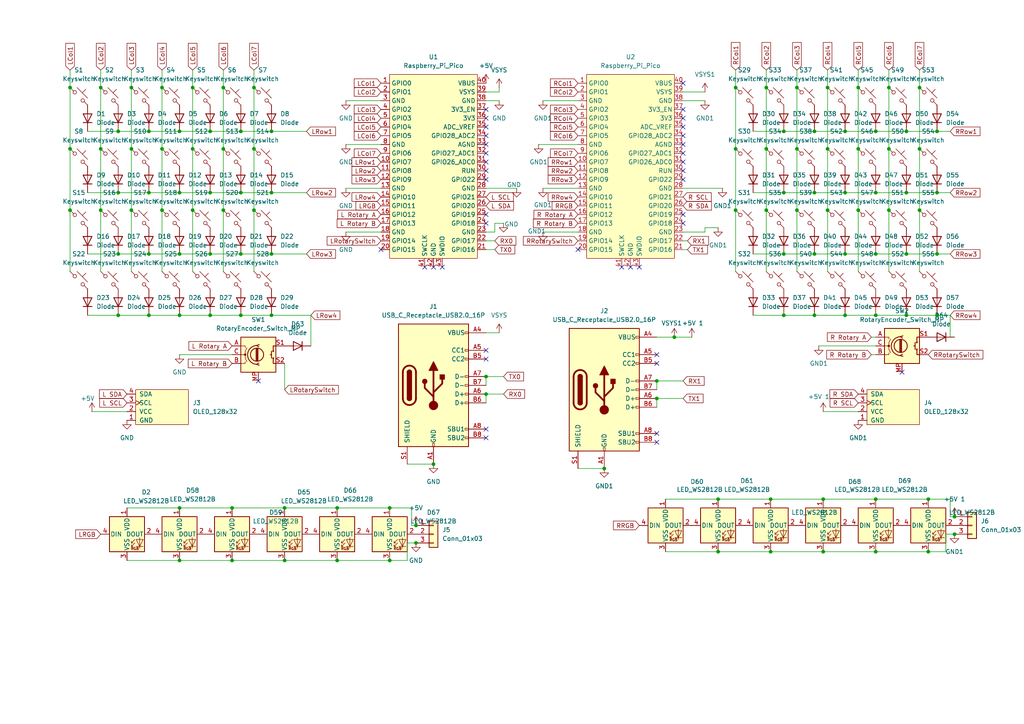
<source format=kicad_sch>
(kicad_sch (version 20231120) (generator "eeschema") (generator_version "8.0")
  (paper "A4")
  (lib_symbols
    (symbol "Connector:USB_C_Receptacle_USB2.0_16P" (pin_names (offset 1.016))
      (property "Reference" "J" (at 0 22.225 0))
      (property "Value" "USB_C_Receptacle_USB2.0_16P" (at 0 19.685 0))
      (symbol "USB_C_Receptacle_USB2.0_16P_1_1"
        (pin passive line (at 0 -22.86 90) (length 5.08) (name "GND") (number "A1"))
        (pin passive line (at 0 -22.86 90) (length 5.08) hide (name "GND") (number "A12"))
        (pin passive line (at 15.24 15.24 180) (length 5.08) (name "VBUS") (number "A4"))
        (pin bidirectional line (at 15.24 10.16 180) (length 5.08) (name "CC1") (number "A5"))
        (pin bidirectional line (at 15.24 -2.54 180) (length 5.08) (name "D+") (number "A6"))
        (pin bidirectional line (at 15.24 2.54 180) (length 5.08) (name "D-") (number "A7"))
        (pin bidirectional line (at 15.24 -12.7 180) (length 5.08) (name "SBU1") (number "A8"))
        (pin passive line (at 15.24 15.24 180) (length 5.08) hide (name "VBUS") (number "A9"))
        (pin passive line (at 0 -22.86 90) (length 5.08) hide (name "GND") (number "B1"))
        (pin passive line (at 0 -22.86 90) (length 5.08) hide (name "GND") (number "B12"))
        (pin passive line (at 15.24 15.24 180) (length 5.08) hide (name "VBUS") (number "B4"))
        (pin bidirectional line (at 15.24 7.62 180) (length 5.08) (name "CC2") (number "B5"))
        (pin bidirectional line (at 15.24 -5.08 180) (length 5.08) (name "D+") (number "B6"))
        (pin bidirectional line (at 15.24 0 180) (length 5.08) (name "D-") (number "B7"))
        (pin bidirectional line (at 15.24 -15.24 180) (length 5.08) (name "SBU2") (number "B8"))
        (pin passive line (at 15.24 15.24 180) (length 5.08) hide (name "VBUS") (number "B9"))
        (pin passive line (at -7.62 -22.86 90) (length 5.08) (name "SHIELD") (number "S1"))
      )
    )
    (symbol "Connector_Generic:Conn_01x03" (pin_names (offset 1.016) hide)
      (property "Reference" "J" (at 0 5.08 0))
      (property "Value" "Conn_01x03" (at 0 -5.08 0))
      (symbol "Conn_01x03_1_1"
        (pin passive line (at -5.08 2.54 0) (length 3.81) (name "Pin_1") (number "1"))
        (pin passive line (at -5.08 0 0) (length 3.81) (name "Pin_2") (number "2"))
        (pin passive line (at -5.08 -2.54 0) (length 3.81) (name "Pin_3") (number "3"))
      )
    )
    (symbol "Device:RotaryEncoder_Switch_MP" (pin_names (offset 0.254) hide)
      (property "Reference" "SW" (at 0 8.89 0))
      (property "Value" "RotaryEncoder_Switch_MP" (at 0 6.35 0))
      (symbol "RotaryEncoder_Switch_MP_1_1"
        (pin passive line (at -7.62 2.54 0) (length 2.54) (name "A") (number "A"))
        (pin passive line (at -7.62 -2.54 0) (length 2.54) (name "B") (number "B"))
        (pin passive line (at -7.62 0 0) (length 2.54) (name "C") (number "C"))
        (pin passive line (at 0 -7.62 90) (length 2.54) (name "MP") (number "MP"))
        (pin passive line (at 7.62 2.54 180) (length 2.54) (name "S1") (number "S1"))
        (pin passive line (at 7.62 -2.54 180) (length 2.54) (name "S2") (number "S2"))
      )
    )
    (symbol "ScottoKeebs:LED_WS2812B" (pin_names (offset 0.254))
      (property "Reference" "D" (at 5.08 5.715 0))
      (property "Value" "LED_WS2812B" (at 1.27 -5.715 0))
      (symbol "LED_WS2812B_0_0"
        (text "RGB" (at 2.286 -4.191 0) (effects (font (size 0.762 0.762))))
      )
      (symbol "LED_WS2812B_1_1"
        (pin power_in line (at 0 7.62 270) (length 2.54) (name "VDD") (number "1"))
        (pin output line (at 7.62 0 180) (length 2.54) (name "DOUT") (number "2"))
        (pin power_in line (at 0 -7.62 90) (length 2.54) (name "VSS") (number "3"))
        (pin input line (at -7.62 0 0) (length 2.54) (name "DIN") (number "4"))
      )
    )
    (symbol "ScottoKeebs:MCU_Raspberry_Pi_Pico"
      (property "Reference" "U" (at 0 0 0))
      (property "Value" "Raspberry_Pi_Pico" (at 0 27.94 0))
      (symbol "MCU_Raspberry_Pi_Pico_1_1"
        (pin bidirectional line (at -15.24 24.13 0) (length 2.54) (name "GPIO0") (number "1"))
        (pin bidirectional line (at -15.24 1.27 0) (length 2.54) (name "GPIO7") (number "10"))
        (pin bidirectional line (at -15.24 -1.27 0) (length 2.54) (name "GPIO8") (number "11"))
        (pin bidirectional line (at -15.24 -3.81 0) (length 2.54) (name "GPIO9") (number "12"))
        (pin power_in line (at -15.24 -6.35 0) (length 2.54) (name "GND") (number "13"))
        (pin bidirectional line (at -15.24 -8.89 0) (length 2.54) (name "GPIO10") (number "14"))
        (pin bidirectional line (at -15.24 -11.43 0) (length 2.54) (name "GPIO11") (number "15"))
        (pin bidirectional line (at -15.24 -13.97 0) (length 2.54) (name "GPIO12") (number "16"))
        (pin bidirectional line (at -15.24 -16.51 0) (length 2.54) (name "GPIO13") (number "17"))
        (pin power_in line (at -15.24 -19.05 0) (length 2.54) (name "GND") (number "18"))
        (pin bidirectional line (at -15.24 -21.59 0) (length 2.54) (name "GPIO14") (number "19"))
        (pin bidirectional line (at -15.24 21.59 0) (length 2.54) (name "GPIO1") (number "2"))
        (pin bidirectional line (at -15.24 -24.13 0) (length 2.54) (name "GPIO15") (number "20"))
        (pin bidirectional line (at 15.24 -24.13 180) (length 2.54) (name "GPIO16") (number "21"))
        (pin bidirectional line (at 15.24 -21.59 180) (length 2.54) (name "GPIO17") (number "22"))
        (pin power_in line (at 15.24 -19.05 180) (length 2.54) (name "GND") (number "23"))
        (pin bidirectional line (at 15.24 -16.51 180) (length 2.54) (name "GPIO18") (number "24"))
        (pin bidirectional line (at 15.24 -13.97 180) (length 2.54) (name "GPIO19") (number "25"))
        (pin bidirectional line (at 15.24 -11.43 180) (length 2.54) (name "GPIO20") (number "26"))
        (pin bidirectional line (at 15.24 -8.89 180) (length 2.54) (name "GPIO21") (number "27"))
        (pin power_in line (at 15.24 -6.35 180) (length 2.54) (name "GND") (number "28"))
        (pin bidirectional line (at 15.24 -3.81 180) (length 2.54) (name "GPIO22") (number "29"))
        (pin power_in line (at -15.24 19.05 0) (length 2.54) (name "GND") (number "3"))
        (pin input line (at 15.24 -1.27 180) (length 2.54) (name "RUN") (number "30"))
        (pin bidirectional line (at 15.24 1.27 180) (length 2.54) (name "GPIO26_ADC0") (number "31"))
        (pin bidirectional line (at 15.24 3.81 180) (length 2.54) (name "GPIO27_ADC1") (number "32"))
        (pin power_in line (at 15.24 6.35 180) (length 2.54) (name "AGND") (number "33"))
        (pin bidirectional line (at 15.24 8.89 180) (length 2.54) (name "GPIO28_ADC2") (number "34"))
        (pin power_in line (at 15.24 11.43 180) (length 2.54) (name "ADC_VREF") (number "35"))
        (pin power_in line (at 15.24 13.97 180) (length 2.54) (name "3V3") (number "36"))
        (pin input line (at 15.24 16.51 180) (length 2.54) (name "3V3_EN") (number "37"))
        (pin bidirectional line (at 15.24 19.05 180) (length 2.54) (name "GND") (number "38"))
        (pin power_in line (at 15.24 21.59 180) (length 2.54) (name "VSYS") (number "39"))
        (pin bidirectional line (at -15.24 16.51 0) (length 2.54) (name "GPIO2") (number "4"))
        (pin power_in line (at 15.24 24.13 180) (length 2.54) (name "VBUS") (number "40"))
        (pin input line (at -2.54 -29.21 90) (length 2.54) (name "SWCLK") (number "41"))
        (pin power_in line (at 0 -29.21 90) (length 2.54) (name "GND") (number "42"))
        (pin bidirectional line (at 2.54 -29.21 90) (length 2.54) (name "SWDIO") (number "43"))
        (pin bidirectional line (at -15.24 13.97 0) (length 2.54) (name "GPIO3") (number "5"))
        (pin bidirectional line (at -15.24 11.43 0) (length 2.54) (name "GPIO4") (number "6"))
        (pin bidirectional line (at -15.24 8.89 0) (length 2.54) (name "GPIO5") (number "7"))
        (pin power_in line (at -15.24 6.35 0) (length 2.54) (name "GND") (number "8"))
        (pin bidirectional line (at -15.24 3.81 0) (length 2.54) (name "GPIO6") (number "9"))
      )
    )
    (symbol "ScottoKeebs:OLED_128x32" (pin_names (offset 1.016))
      (property "Reference" "J" (at 0 -6.35 0))
      (property "Value" "OLED_128x32" (at 0 6.35 0))
      (symbol "OLED_128x32_1_1"
        (pin power_in line (at -2.54 -3.81 0) (length 2.54) (name "GND") (number "1"))
        (pin power_in line (at -2.54 -1.27 0) (length 2.54) (name "VCC") (number "2"))
        (pin input clock (at -2.54 1.27 0) (length 2.54) (name "SCL") (number "3"))
        (pin bidirectional line (at -2.54 3.81 0) (length 2.54) (name "SDA") (number "4"))
      )
    )
    (symbol "ScottoKeebs:Placeholder_Diode" (pin_numbers hide) (pin_names hide)
      (property "Reference" "D" (at 0 2.54 0))
      (property "Value" "Diode" (at 0 -2.54 0))
      (symbol "Placeholder_Diode_1_1"
        (pin passive line (at -3.81 0 0) (length 2.54) (name "K") (number "1"))
        (pin passive line (at 3.81 0 180) (length 2.54) (name "A") (number "2"))
      )
    )
    (symbol "ScottoKeebs:Placeholder_Keyswitch" (pin_numbers hide) (pin_names (offset 1.016) hide)
      (property "Reference" "S" (at 3.048 1.016 0))
      (property "Value" "Keyswitch" (at 0 -3.81 0))
      (symbol "Placeholder_Keyswitch_0_1"
        (pin passive line (at -2.54 2.54 0) (length 0) (name "1") (number "1"))
        (pin passive line (at 2.54 -2.54 180) (length 0) (name "2") (number "2"))
      )
    )
    (symbol "power:+5V" (power) (pin_numbers hide) (pin_names (offset 0) hide)
      (property "Value" "+5V" (at 0 3.556 0))
      (symbol "+5V_1_1"
        (pin power_in line (at 0 0 90) (length 0) (name "~") (number "1"))
      )
    )
    (symbol "power:GND" (power) (pin_numbers hide) (pin_names (offset 0) hide)
      (property "Value" "GND" (at 0 -3.81 0))
      (symbol "GND_1_1"
        (pin power_in line (at 0 0 270) (length 0) (name "~") (number "1"))
      )
    )
    (symbol "power:GND1" (power) (pin_numbers hide) (pin_names (offset 0) hide)
      (property "Value" "GND1" (at 0 -3.81 0))
      (symbol "GND1_1_1"
        (pin power_in line (at 0 0 270) (length 0) (name "~") (number "1"))
      )
    )
  )
  (junction (at 271.78 55.88))
  (junction (at 236.22 91.44))
  (junction (at 38.1 43.18))
  (junction (at 20.32 25.4))
  (junction (at 245.11 55.88))
  (junction (at 269.24 144.78))
  (junction (at 29.21 60.96))
  (junction (at 78.74 55.88))
  (junction (at 78.74 38.1))
  (junction (at 227.33 91.44))
  (junction (at 113.03 162.56))
  (junction (at 227.33 73.66))
  (junction (at 276.86 149.86))
  (junction (at 78.74 73.66))
  (junction (at 46.99 60.96))
  (junction (at 55.88 60.96))
  (junction (at 64.77 43.18))
  (junction (at 52.07 73.66))
  (junction (at 238.76 160.02))
  (junction (at 208.28 160.02))
  (junction (at 20.32 43.18))
  (junction (at 248.92 25.4))
  (junction (at 254 91.44))
  (junction (at 236.22 73.66))
  (junction (at 266.7 43.18))
  (junction (at 238.76 144.78))
  (junction (at 113.03 147.32))
  (junction (at 82.55 162.56))
  (junction (at 213.36 25.4))
  (junction (at 266.7 60.96))
  (junction (at 269.24 160.02))
  (junction (at 257.81 60.96))
  (junction (at 34.29 73.66))
  (junction (at 254 38.1))
  (junction (at 67.31 162.56))
  (junction (at 271.78 91.44))
  (junction (at 262.89 38.1))
  (junction (at 52.07 55.88))
  (junction (at 52.07 147.32))
  (junction (at 34.29 55.88))
  (junction (at 213.36 43.18))
  (junction (at 257.81 25.4))
  (junction (at 73.66 60.96))
  (junction (at 248.92 43.18))
  (junction (at 276.86 154.94))
  (junction (at 69.85 73.66))
  (junction (at 190.5 115.57))
  (junction (at 120.65 152.4))
  (junction (at 140.97 109.22))
  (junction (at 262.89 73.66))
  (junction (at 240.03 43.18))
  (junction (at 223.52 144.78))
  (junction (at 245.11 91.44))
  (junction (at 64.77 60.96))
  (junction (at 64.77 25.4))
  (junction (at 52.07 38.1))
  (junction (at 245.11 73.66))
  (junction (at 236.22 38.1))
  (junction (at 254 55.88))
  (junction (at 262.89 91.44))
  (junction (at 52.07 162.56))
  (junction (at 271.78 38.1))
  (junction (at 222.25 43.18))
  (junction (at 231.14 60.96))
  (junction (at 213.36 60.96))
  (junction (at 231.14 25.4))
  (junction (at 60.96 73.66))
  (junction (at 271.78 73.66))
  (junction (at 240.03 60.96))
  (junction (at 227.33 55.88))
  (junction (at 222.25 25.4))
  (junction (at 125.73 134.62))
  (junction (at 38.1 25.4))
  (junction (at 222.25 60.96))
  (junction (at 266.7 25.4))
  (junction (at 46.99 43.18))
  (junction (at 60.96 55.88))
  (junction (at 43.18 73.66))
  (junction (at 227.33 38.1))
  (junction (at 120.65 157.48))
  (junction (at 55.88 43.18))
  (junction (at 34.29 38.1))
  (junction (at 82.55 147.32))
  (junction (at 248.92 60.96))
  (junction (at 60.96 38.1))
  (junction (at 69.85 55.88))
  (junction (at 43.18 91.44))
  (junction (at 20.32 60.96))
  (junction (at 29.21 25.4))
  (junction (at 60.96 91.44))
  (junction (at 52.07 91.44))
  (junction (at 73.66 25.4))
  (junction (at 231.14 43.18))
  (junction (at 245.11 38.1))
  (junction (at 257.81 43.18))
  (junction (at 97.79 162.56))
  (junction (at 254 160.02))
  (junction (at 46.99 25.4))
  (junction (at 69.85 91.44))
  (junction (at 254 144.78))
  (junction (at 140.97 114.3))
  (junction (at 236.22 55.88))
  (junction (at 262.89 55.88))
  (junction (at 254 73.66))
  (junction (at 43.18 38.1))
  (junction (at 223.52 160.02))
  (junction (at 208.28 144.78))
  (junction (at 78.74 91.44))
  (junction (at 34.29 91.44))
  (junction (at 190.5 110.49))
  (junction (at 55.88 25.4))
  (junction (at 175.26 135.89))
  (junction (at 97.79 147.32))
  (junction (at 195.58 97.79))
  (junction (at 73.66 43.18))
  (junction (at 29.21 43.18))
  (junction (at 43.18 55.88))
  (junction (at 38.1 60.96))
  (junction (at 67.31 147.32))
  (junction (at 240.03 25.4))
  (junction (at 69.85 38.1))
  (no_connect (at 190.5 102.87))
  (no_connect (at 125.73 77.47))
  (no_connect (at 198.12 36.83))
  (no_connect (at 190.5 125.73))
  (no_connect (at 140.97 34.29))
  (no_connect (at 140.97 127))
  (no_connect (at 110.49 72.39))
  (no_connect (at 140.97 64.77))
  (no_connect (at 182.88 77.47))
  (no_connect (at 128.27 77.47))
  (no_connect (at 198.12 62.23))
  (no_connect (at 140.97 104.14))
  (no_connect (at 140.97 52.07))
  (no_connect (at 140.97 62.23))
  (no_connect (at 185.42 77.47))
  (no_connect (at 190.5 105.41))
  (no_connect (at 180.34 77.47))
  (no_connect (at 140.97 124.46))
  (no_connect (at 190.5 128.27))
  (no_connect (at 140.97 39.37))
  (no_connect (at 198.12 24.13))
  (no_connect (at 198.12 46.99))
  (no_connect (at 261.62 107.95))
  (no_connect (at 198.12 39.37))
  (no_connect (at 167.64 72.39))
  (no_connect (at 140.97 46.99))
  (no_connect (at 198.12 52.07))
  (no_connect (at 198.12 34.29))
  (no_connect (at 198.12 64.77))
  (no_connect (at 198.12 31.75))
  (no_connect (at 140.97 49.53))
  (no_connect (at 74.93 110.49))
  (no_connect (at 123.19 77.47))
  (no_connect (at 140.97 31.75))
  (no_connect (at 140.97 44.45))
  (no_connect (at 140.97 41.91))
  (no_connect (at 140.97 101.6))
  (no_connect (at 140.97 36.83))
  (no_connect (at 198.12 41.91))
  (no_connect (at 198.12 44.45))
  (no_connect (at 198.12 49.53))
  (wire (pts (xy 198.12 54.61) (xy 209.55 54.61)))
  (wire (pts (xy 143.51 72.39) (xy 140.97 72.39)))
  (wire (pts (xy 25.4 38.1) (xy 34.29 38.1)))
  (wire (pts (xy 100.33 67.31) (xy 110.49 67.31)))
  (wire (pts (xy 254 38.1) (xy 262.89 38.1)))
  (wire (pts (xy 149.86 54.61) (xy 140.97 54.61)))
  (wire (pts (xy 236.22 55.88) (xy 245.11 55.88)))
  (wire (pts (xy 52.07 73.66) (xy 60.96 73.66)))
  (wire (pts (xy 69.85 38.1) (xy 78.74 38.1)))
  (wire (pts (xy 144.78 29.21) (xy 140.97 29.21)))
  (wire (pts (xy 157.48 67.31) (xy 167.64 67.31)))
  (wire (pts (xy 20.32 43.18) (xy 20.32 60.96)))
  (wire (pts (xy 46.99 25.4) (xy 46.99 43.18)))
  (wire (pts (xy 204.47 66.04) (xy 208.28 66.04)))
  (wire (pts (xy 143.51 67.31) (xy 140.97 67.31)))
  (wire (pts (xy 275.59 38.1) (xy 271.78 38.1)))
  (wire (pts (xy 248.92 43.18) (xy 248.92 60.96)))
  (wire (pts (xy 73.66 60.96) (xy 73.66 78.74)))
  (wire (pts (xy 227.33 73.66) (xy 236.22 73.66)))
  (wire (pts (xy 73.66 43.18) (xy 73.66 60.96)))
  (wire (pts (xy 213.36 25.4) (xy 213.36 43.18)))
  (wire (pts (xy 275.59 97.79) (xy 276.86 97.79)))
  (wire (pts (xy 78.74 55.88) (xy 88.9 55.88)))
  (wire (pts (xy 26.67 119.38) (xy 36.83 119.38)))
  (wire (pts (xy 140.97 26.67) (xy 144.78 26.67)))
  (wire (pts (xy 193.04 160.02) (xy 208.28 160.02)))
  (wire (pts (xy 64.77 60.96) (xy 64.77 78.74)))
  (wire (pts (xy 227.33 38.1) (xy 236.22 38.1)))
  (wire (pts (xy 29.21 43.18) (xy 29.21 60.96)))
  (wire (pts (xy 34.29 38.1) (xy 43.18 38.1)))
  (wire (pts (xy 52.07 102.87) (xy 67.31 102.87)))
  (wire (pts (xy 254 160.02) (xy 269.24 160.02)))
  (wire (pts (xy 20.32 60.96) (xy 20.32 78.74)))
  (wire (pts (xy 88.9 38.1) (xy 78.74 38.1)))
  (wire (pts (xy 213.36 43.18) (xy 213.36 60.96)))
  (wire (pts (xy 90.17 100.33) (xy 90.17 91.44)))
  (wire (pts (xy 38.1 43.18) (xy 38.1 60.96)))
  (wire (pts (xy 238.76 144.78) (xy 254 144.78)))
  (wire (pts (xy 190.5 115.57) (xy 190.5 118.11)))
  (wire (pts (xy 140.97 109.22) (xy 140.97 111.76)))
  (wire (pts (xy 262.89 91.44) (xy 271.78 91.44)))
  (wire (pts (xy 274.32 154.94) (xy 276.86 154.94)))
  (wire (pts (xy 120.65 157.48) (xy 118.11 157.48)))
  (wire (pts (xy 213.36 20.32) (xy 213.36 25.4)))
  (wire (pts (xy 248.92 25.4) (xy 248.92 43.18)))
  (wire (pts (xy 55.88 60.96) (xy 55.88 78.74)))
  (wire (pts (xy 119.38 147.32) (xy 119.38 152.4)))
  (wire (pts (xy 262.89 38.1) (xy 271.78 38.1)))
  (wire (pts (xy 38.1 60.96) (xy 38.1 78.74)))
  (wire (pts (xy 193.04 144.78) (xy 208.28 144.78)))
  (wire (pts (xy 204.47 66.04) (xy 204.47 67.31)))
  (wire (pts (xy 231.14 25.4) (xy 231.14 43.18)))
  (wire (pts (xy 236.22 38.1) (xy 245.11 38.1)))
  (wire (pts (xy 227.33 55.88) (xy 236.22 55.88)))
  (wire (pts (xy 266.7 20.32) (xy 266.7 25.4)))
  (wire (pts (xy 52.07 147.32) (xy 67.31 147.32)))
  (wire (pts (xy 275.59 55.88) (xy 271.78 55.88)))
  (wire (pts (xy 55.88 43.18) (xy 55.88 60.96)))
  (wire (pts (xy 140.97 114.3) (xy 146.05 114.3)))
  (wire (pts (xy 60.96 73.66) (xy 69.85 73.66)))
  (wire (pts (xy 240.03 20.32) (xy 240.03 25.4)))
  (wire (pts (xy 275.59 144.78) (xy 269.24 144.78)))
  (wire (pts (xy 231.14 43.18) (xy 231.14 60.96)))
  (wire (pts (xy 82.55 105.41) (xy 82.55 113.03)))
  (wire (pts (xy 257.81 60.96) (xy 257.81 78.74)))
  (wire (pts (xy 222.25 25.4) (xy 222.25 43.18)))
  (wire (pts (xy 29.21 20.32) (xy 29.21 25.4)))
  (wire (pts (xy 245.11 91.44) (xy 254 91.44)))
  (wire (pts (xy 204.47 26.67) (xy 198.12 26.67)))
  (wire (pts (xy 190.5 115.57) (xy 198.12 115.57)))
  (wire (pts (xy 222.25 60.96) (xy 222.25 78.74)))
  (wire (pts (xy 275.59 91.44) (xy 275.59 97.79)))
  (wire (pts (xy 73.66 25.4) (xy 73.66 43.18)))
  (wire (pts (xy 156.21 41.91) (xy 167.64 41.91)))
  (wire (pts (xy 190.5 110.49) (xy 190.5 113.03)))
  (wire (pts (xy 262.89 73.66) (xy 271.78 73.66)))
  (wire (pts (xy 38.1 20.32) (xy 38.1 25.4)))
  (wire (pts (xy 269.24 160.02) (xy 274.32 160.02)))
  (wire (pts (xy 140.97 114.3) (xy 140.97 116.84)))
  (wire (pts (xy 43.18 55.88) (xy 52.07 55.88)))
  (wire (pts (xy 64.77 25.4) (xy 64.77 43.18)))
  (wire (pts (xy 254 91.44) (xy 262.89 91.44)))
  (wire (pts (xy 254 144.78) (xy 269.24 144.78)))
  (wire (pts (xy 29.21 25.4) (xy 29.21 43.18)))
  (wire (pts (xy 208.28 160.02) (xy 223.52 160.02)))
  (wire (pts (xy 34.29 91.44) (xy 43.18 91.44)))
  (wire (pts (xy 262.89 55.88) (xy 271.78 55.88)))
  (wire (pts (xy 118.11 162.56) (xy 113.03 162.56)))
  (wire (pts (xy 236.22 91.44) (xy 245.11 91.44)))
  (wire (pts (xy 25.4 91.44) (xy 34.29 91.44)))
  (wire (pts (xy 218.44 55.88) (xy 227.33 55.88)))
  (wire (pts (xy 52.07 38.1) (xy 60.96 38.1)))
  (wire (pts (xy 100.33 54.61) (xy 110.49 54.61)))
  (wire (pts (xy 275.59 149.86) (xy 275.59 144.78)))
  (wire (pts (xy 276.86 149.86) (xy 275.59 149.86)))
  (wire (pts (xy 38.1 25.4) (xy 38.1 43.18)))
  (wire (pts (xy 237.49 100.33) (xy 254 100.33)))
  (wire (pts (xy 60.96 38.1) (xy 69.85 38.1)))
  (wire (pts (xy 240.03 60.96) (xy 240.03 78.74)))
  (wire (pts (xy 78.74 91.44) (xy 90.17 91.44)))
  (wire (pts (xy 25.4 55.88) (xy 34.29 55.88)))
  (wire (pts (xy 257.81 25.4) (xy 257.81 43.18)))
  (wire (pts (xy 167.64 135.89) (xy 175.26 135.89)))
  (wire (pts (xy 266.7 25.4) (xy 266.7 43.18)))
  (wire (pts (xy 100.33 29.21) (xy 110.49 29.21)))
  (wire (pts (xy 97.79 147.32) (xy 113.03 147.32)))
  (wire (pts (xy 266.7 43.18) (xy 266.7 60.96)))
  (wire (pts (xy 67.31 147.32) (xy 82.55 147.32)))
  (wire (pts (xy 227.33 91.44) (xy 236.22 91.44)))
  (wire (pts (xy 254 97.79) (xy 252.73 97.79)))
  (wire (pts (xy 69.85 91.44) (xy 78.74 91.44)))
  (wire (pts (xy 144.78 26.67) (xy 144.78 25.4)))
  (wire (pts (xy 236.22 73.66) (xy 245.11 73.66)))
  (wire (pts (xy 64.77 43.18) (xy 64.77 60.96)))
  (wire (pts (xy 204.47 67.31) (xy 198.12 67.31)))
  (wire (pts (xy 55.88 25.4) (xy 55.88 43.18)))
  (wire (pts (xy 118.11 157.48) (xy 118.11 162.56)))
  (wire (pts (xy 60.96 91.44) (xy 69.85 91.44)))
  (wire (pts (xy 67.31 162.56) (xy 82.55 162.56)))
  (wire (pts (xy 140.97 109.22) (xy 146.05 109.22)))
  (wire (pts (xy 113.03 147.32) (xy 119.38 147.32)))
  (wire (pts (xy 222.25 20.32) (xy 222.25 25.4)))
  (wire (pts (xy 46.99 43.18) (xy 46.99 60.96)))
  (wire (pts (xy 274.32 160.02) (xy 274.32 154.94)))
  (wire (pts (xy 20.32 25.4) (xy 20.32 43.18)))
  (wire (pts (xy 254 73.66) (xy 262.89 73.66)))
  (wire (pts (xy 223.52 144.78) (xy 238.76 144.78)))
  (wire (pts (xy 73.66 20.32) (xy 73.66 25.4)))
  (wire (pts (xy 257.81 20.32) (xy 257.81 25.4)))
  (wire (pts (xy 157.48 29.21) (xy 167.64 29.21)))
  (wire (pts (xy 52.07 91.44) (xy 60.96 91.44)))
  (wire (pts (xy 100.33 41.91) (xy 110.49 41.91)))
  (wire (pts (xy 218.44 73.66) (xy 227.33 73.66)))
  (wire (pts (xy 43.18 91.44) (xy 52.07 91.44)))
  (wire (pts (xy 240.03 43.18) (xy 240.03 60.96)))
  (wire (pts (xy 266.7 60.96) (xy 266.7 78.74)))
  (wire (pts (xy 52.07 162.56) (xy 67.31 162.56)))
  (wire (pts (xy 119.38 152.4) (xy 120.65 152.4)))
  (wire (pts (xy 64.77 20.32) (xy 64.77 25.4)))
  (wire (pts (xy 143.51 64.77) (xy 143.51 67.31)))
  (wire (pts (xy 208.28 144.78) (xy 223.52 144.78)))
  (wire (pts (xy 245.11 73.66) (xy 254 73.66)))
  (wire (pts (xy 20.32 20.32) (xy 20.32 25.4)))
  (wire (pts (xy 69.85 73.66) (xy 78.74 73.66)))
  (wire (pts (xy 245.11 38.1) (xy 254 38.1)))
  (wire (pts (xy 34.29 55.88) (xy 43.18 55.88)))
  (wire (pts (xy 140.97 96.52) (xy 144.78 96.52)))
  (wire (pts (xy 223.52 160.02) (xy 238.76 160.02)))
  (wire (pts (xy 218.44 91.44) (xy 227.33 91.44)))
  (wire (pts (xy 34.29 73.66) (xy 43.18 73.66)))
  (wire (pts (xy 25.4 73.66) (xy 34.29 73.66)))
  (wire (pts (xy 52.07 55.88) (xy 60.96 55.88)))
  (wire (pts (xy 157.48 54.61) (xy 167.64 54.61)))
  (wire (pts (xy 198.12 29.21) (xy 204.47 29.21)))
  (wire (pts (xy 36.83 147.32) (xy 52.07 147.32)))
  (wire (pts (xy 222.25 43.18) (xy 222.25 60.96)))
  (wire (pts (xy 69.85 55.88) (xy 78.74 55.88)))
  (wire (pts (xy 143.51 69.85) (xy 140.97 69.85)))
  (wire (pts (xy 254 102.87) (xy 252.73 102.87)))
  (wire (pts (xy 254 55.88) (xy 262.89 55.88)))
  (wire (pts (xy 195.58 97.79) (xy 200.66 97.79)))
  (wire (pts (xy 199.39 69.85) (xy 198.12 69.85)))
  (wire (pts (xy 238.76 119.38) (xy 248.92 119.38)))
  (wire (pts (xy 199.39 72.39) (xy 198.12 72.39)))
  (wire (pts (xy 82.55 162.56) (xy 97.79 162.56)))
  (wire (pts (xy 248.92 20.32) (xy 248.92 25.4)))
  (wire (pts (xy 231.14 20.32) (xy 231.14 25.4)))
  (wire (pts (xy 78.74 73.66) (xy 88.9 73.66)))
  (wire (pts (xy 46.99 20.32) (xy 46.99 25.4)))
  (wire (pts (xy 195.58 97.79) (xy 190.5 97.79)))
  (wire (pts (xy 46.99 60.96) (xy 46.99 78.74)))
  (wire (pts (xy 257.81 43.18) (xy 257.81 60.96)))
  (wire (pts (xy 43.18 73.66) (xy 52.07 73.66)))
  (wire (pts (xy 213.36 60.96) (xy 213.36 78.74)))
  (wire (pts (xy 55.88 20.32) (xy 55.88 25.4)))
  (wire (pts (xy 60.96 55.88) (xy 69.85 55.88)))
  (wire (pts (xy 190.5 110.49) (xy 198.12 110.49)))
  (wire (pts (xy 218.44 38.1) (xy 227.33 38.1)))
  (wire (pts (xy 29.21 60.96) (xy 29.21 78.74)))
  (wire (pts (xy 238.76 160.02) (xy 254 160.02)))
  (wire (pts (xy 43.18 38.1) (xy 52.07 38.1)))
  (wire (pts (xy 82.55 147.32) (xy 97.79 147.32)))
  (wire (pts (xy 240.03 25.4) (xy 240.03 43.18)))
  (wire (pts (xy 118.11 134.62) (xy 125.73 134.62)))
  (wire (pts (xy 275.59 73.66) (xy 271.78 73.66)))
  (wire (pts (xy 146.05 64.77) (xy 143.51 64.77)))
  (wire (pts (xy 36.83 162.56) (xy 52.07 162.56)))
  (wire (pts (xy 97.79 162.56) (xy 113.03 162.56)))
  (wire (pts (xy 248.92 60.96) (xy 248.92 78.74)))
  (wire (pts (xy 245.11 55.88) (xy 254 55.88)))
  (wire (pts (xy 271.78 91.44) (xy 275.59 91.44)))
  (wire (pts (xy 231.14 60.96) (xy 231.14 78.74)))
  (global_label "LCol4" (shape input) (at 110.49 34.29 180) (property "Intersheetrefs" "${INTERSHEET_REFS}" (effects (hide yes))))
  (global_label "L SCL" (shape input) (at 140.97 57.15 0) (property "Intersheetrefs" "${INTERSHEET_REFS}" (effects (hide yes))))
  (global_label "RCol1" (shape input) (at 213.36 20.32 90) (property "Intersheetrefs" "${INTERSHEET_REFS}" (effects (hide yes))))
  (global_label "RCol2" (shape input) (at 167.64 26.67 180) (property "Intersheetrefs" "${INTERSHEET_REFS}" (effects (hide yes))))
  (global_label "R Rotary B" (shape input) (at 167.64 64.77 180) (property "Intersheetrefs" "${INTERSHEET_REFS}" (effects (hide yes))))
  (global_label "LCol2" (shape input) (at 110.49 26.67 180) (property "Intersheetrefs" "${INTERSHEET_REFS}" (effects (hide yes))))
  (global_label "RRow1" (shape input) (at 275.59 38.1 0) (property "Intersheetrefs" "${INTERSHEET_REFS}" (effects (hide yes))))
  (global_label "RX1" (shape input) (at 198.12 110.49 0) (property "Intersheetrefs" "${INTERSHEET_REFS}" (effects (hide yes))))
  (global_label "RCol3" (shape input) (at 167.64 31.75 180) (property "Intersheetrefs" "${INTERSHEET_REFS}" (effects (hide yes))))
  (global_label "LCol3" (shape input) (at 38.1 20.32 90) (property "Intersheetrefs" "${INTERSHEET_REFS}" (effects (hide yes))))
  (global_label "RCol6" (shape input) (at 257.81 20.32 90) (property "Intersheetrefs" "${INTERSHEET_REFS}" (effects (hide yes))))
  (global_label "RRGB" (shape input) (at 167.64 59.69 180) (property "Intersheetrefs" "${INTERSHEET_REFS}" (effects (hide yes))))
  (global_label "RRow3" (shape input) (at 275.59 73.66 0) (property "Intersheetrefs" "${INTERSHEET_REFS}" (effects (hide yes))))
  (global_label "RCol6" (shape input) (at 167.64 39.37 180) (property "Intersheetrefs" "${INTERSHEET_REFS}" (effects (hide yes))))
  (global_label "RRow2" (shape input) (at 167.64 49.53 180) (property "Intersheetrefs" "${INTERSHEET_REFS}" (effects (hide yes))))
  (global_label "LRow2" (shape input) (at 88.9 55.88 0) (property "Intersheetrefs" "${INTERSHEET_REFS}" (effects (hide yes))))
  (global_label "RCol5" (shape input) (at 167.64 36.83 180) (property "Intersheetrefs" "${INTERSHEET_REFS}" (effects (hide yes))))
  (global_label "R SDA" (shape input) (at 248.92 114.3 180) (property "Intersheetrefs" "${INTERSHEET_REFS}" (effects (hide yes))))
  (global_label "LRotarySwitch" (shape input) (at 110.49 69.85 180) (property "Intersheetrefs" "${INTERSHEET_REFS}" (effects (hide yes))))
  (global_label "RCol4" (shape input) (at 240.03 20.32 90) (property "Intersheetrefs" "${INTERSHEET_REFS}" (effects (hide yes))))
  (global_label "LCol3" (shape input) (at 110.49 31.75 180) (property "Intersheetrefs" "${INTERSHEET_REFS}" (effects (hide yes))))
  (global_label "LCol2" (shape input) (at 29.21 20.32 90) (property "Intersheetrefs" "${INTERSHEET_REFS}" (effects (hide yes))))
  (global_label "LRow1" (shape input) (at 88.9 38.1 0) (property "Intersheetrefs" "${INTERSHEET_REFS}" (effects (hide yes))))
  (global_label "LRow4" (shape input) (at 90.17 91.44 0) (property "Intersheetrefs" "${INTERSHEET_REFS}" (effects (hide yes))))
  (global_label "TX1" (shape input) (at 198.12 115.57 0) (property "Intersheetrefs" "${INTERSHEET_REFS}" (effects (hide yes))))
  (global_label "RRotarySwitch" (shape input) (at 269.24 102.87 0) (property "Intersheetrefs" "${INTERSHEET_REFS}" (effects (hide yes))))
  (global_label "RRow1" (shape input) (at 167.64 46.99 180) (property "Intersheetrefs" "${INTERSHEET_REFS}" (effects (hide yes))))
  (global_label "R Rotary A" (shape input) (at 167.64 62.23 180) (property "Intersheetrefs" "${INTERSHEET_REFS}" (effects (hide yes))))
  (global_label "LCol6" (shape input) (at 110.49 39.37 180) (property "Intersheetrefs" "${INTERSHEET_REFS}" (effects (hide yes))))
  (global_label "RCol7" (shape input) (at 266.7 20.32 90) (property "Intersheetrefs" "${INTERSHEET_REFS}" (effects (hide yes))))
  (global_label "TX0" (shape input) (at 143.51 72.39 0) (property "Intersheetrefs" "${INTERSHEET_REFS}" (effects (hide yes))))
  (global_label "LRow3" (shape input) (at 88.9 73.66 0) (property "Intersheetrefs" "${INTERSHEET_REFS}" (effects (hide yes))))
  (global_label "R SDA" (shape input) (at 198.12 59.69 0) (property "Intersheetrefs" "${INTERSHEET_REFS}" (effects (hide yes))))
  (global_label "LRow1" (shape input) (at 110.49 46.99 180) (property "Intersheetrefs" "${INTERSHEET_REFS}" (effects (hide yes))))
  (global_label "L SCL" (shape input) (at 36.83 116.84 180) (property "Intersheetrefs" "${INTERSHEET_REFS}" (effects (hide yes))))
  (global_label "RRGB" (shape input) (at 185.42 152.4 180) (property "Intersheetrefs" "${INTERSHEET_REFS}" (effects (hide yes))))
  (global_label "RX1" (shape input) (at 199.39 69.85 0) (property "Intersheetrefs" "${INTERSHEET_REFS}" (effects (hide yes))))
  (global_label "RCol1" (shape input) (at 167.64 24.13 180) (property "Intersheetrefs" "${INTERSHEET_REFS}" (effects (hide yes))))
  (global_label "R Rotary B" (shape input) (at 252.73 102.87 180) (property "Intersheetrefs" "${INTERSHEET_REFS}" (effects (hide yes))))
  (global_label "RCol7" (shape input) (at 167.64 44.45 180) (property "Intersheetrefs" "${INTERSHEET_REFS}" (effects (hide yes))))
  (global_label "RCol2" (shape input) (at 222.25 20.32 90) (property "Intersheetrefs" "${INTERSHEET_REFS}" (effects (hide yes))))
  (global_label "RRow4" (shape input) (at 167.64 57.15 180) (property "Intersheetrefs" "${INTERSHEET_REFS}" (effects (hide yes))))
  (global_label "LRow4" (shape input) (at 110.49 57.15 180) (property "Intersheetrefs" "${INTERSHEET_REFS}" (effects (hide yes))))
  (global_label "RCol4" (shape input) (at 167.64 34.29 180) (property "Intersheetrefs" "${INTERSHEET_REFS}" (effects (hide yes))))
  (global_label "RX0" (shape input) (at 146.05 114.3 0) (property "Intersheetrefs" "${INTERSHEET_REFS}" (effects (hide yes))))
  (global_label "LCol7" (shape input) (at 110.49 44.45 180) (property "Intersheetrefs" "${INTERSHEET_REFS}" (effects (hide yes))))
  (global_label "RRow3" (shape input) (at 167.64 52.07 180) (property "Intersheetrefs" "${INTERSHEET_REFS}" (effects (hide yes))))
  (global_label "RCol3" (shape input) (at 231.14 20.32 90) (property "Intersheetrefs" "${INTERSHEET_REFS}" (effects (hide yes))))
  (global_label "LCol4" (shape input) (at 46.99 20.32 90) (property "Intersheetrefs" "${INTERSHEET_REFS}" (effects (hide yes))))
  (global_label "RRotarySwitch" (shape input) (at 167.64 69.85 180) (property "Intersheetrefs" "${INTERSHEET_REFS}" (effects (hide yes))))
  (global_label "LRow2" (shape input) (at 110.49 49.53 180) (property "Intersheetrefs" "${INTERSHEET_REFS}" (effects (hide yes))))
  (global_label "LRow3" (shape input) (at 110.49 52.07 180) (property "Intersheetrefs" "${INTERSHEET_REFS}" (effects (hide yes))))
  (global_label "L Rotary B" (shape input) (at 110.49 64.77 180) (property "Intersheetrefs" "${INTERSHEET_REFS}" (effects (hide yes))))
  (global_label "L Rotary B" (shape input) (at 67.31 105.41 180) (property "Intersheetrefs" "${INTERSHEET_REFS}" (effects (hide yes))))
  (global_label "RCol5" (shape input) (at 248.92 20.32 90) (property "Intersheetrefs" "${INTERSHEET_REFS}" (effects (hide yes))))
  (global_label "LCol1" (shape input) (at 20.32 20.32 90) (property "Intersheetrefs" "${INTERSHEET_REFS}" (effects (hide yes))))
  (global_label "L SDA" (shape input) (at 140.97 59.69 0) (property "Intersheetrefs" "${INTERSHEET_REFS}" (effects (hide yes))))
  (global_label "LRotarySwitch" (shape input) (at 82.55 113.03 0) (property "Intersheetrefs" "${INTERSHEET_REFS}" (effects (hide yes))))
  (global_label "RRow4" (shape input) (at 275.59 91.44 0) (property "Intersheetrefs" "${INTERSHEET_REFS}" (effects (hide yes))))
  (global_label "LCol5" (shape input) (at 110.49 36.83 180) (property "Intersheetrefs" "${INTERSHEET_REFS}" (effects (hide yes))))
  (global_label "L SDA" (shape input) (at 36.83 114.3 180) (property "Intersheetrefs" "${INTERSHEET_REFS}" (effects (hide yes))))
  (global_label "L Rotary A" (shape input) (at 67.31 100.33 180) (property "Intersheetrefs" "${INTERSHEET_REFS}" (effects (hide yes))))
  (global_label "LCol5" (shape input) (at 55.88 20.32 90) (property "Intersheetrefs" "${INTERSHEET_REFS}" (effects (hide yes))))
  (global_label "TX1" (shape input) (at 199.39 72.39 0) (property "Intersheetrefs" "${INTERSHEET_REFS}" (effects (hide yes))))
  (global_label "RX0" (shape input) (at 143.51 69.85 0) (property "Intersheetrefs" "${INTERSHEET_REFS}" (effects (hide yes))))
  (global_label "LCol7" (shape input) (at 73.66 20.32 90) (property "Intersheetrefs" "${INTERSHEET_REFS}" (effects (hide yes))))
  (global_label "LRGB" (shape input) (at 110.49 59.69 180) (property "Intersheetrefs" "${INTERSHEET_REFS}" (effects (hide yes))))
  (global_label "TX0" (shape input) (at 146.05 109.22 0) (property "Intersheetrefs" "${INTERSHEET_REFS}" (effects (hide yes))))
  (global_label "LCol1" (shape input) (at 110.49 24.13 180) (property "Intersheetrefs" "${INTERSHEET_REFS}" (effects (hide yes))))
  (global_label "R Rotary A" (shape input) (at 252.73 97.79 180) (property "Intersheetrefs" "${INTERSHEET_REFS}" (effects (hide yes))))
  (global_label "L Rotary A" (shape input) (at 110.49 62.23 180) (property "Intersheetrefs" "${INTERSHEET_REFS}" (effects (hide yes))))
  (global_label "LRGB" (shape input) (at 29.21 154.94 180) (property "Intersheetrefs" "${INTERSHEET_REFS}" (effects (hide yes))))
  (global_label "RRow2" (shape input) (at 275.59 55.88 0) (property "Intersheetrefs" "${INTERSHEET_REFS}" (effects (hide yes))))
  (global_label "LCol6" (shape input) (at 64.77 20.32 90) (property "Intersheetrefs" "${INTERSHEET_REFS}" (effects (hide yes))))
  (global_label "R SCL" (shape input) (at 198.12 57.15 0) (property "Intersheetrefs" "${INTERSHEET_REFS}" (effects (hide yes))))
  (global_label "R SCL" (shape input) (at 248.92 116.84 180) (property "Intersheetrefs" "${INTERSHEET_REFS}" (effects (hide yes))))
  (symbol (lib_id "power:GND1") (at 204.47 29.21 0) (unit 1)
    (property "Reference" "#PWR016" (effects (hide yes)))
    (property "Value" "GND1" (at 204.47 34.29 0))
    (property "Description" "Power symbol creates a global label with name \"GND1\" , ground" (effects (hide yes)))
  )
  (symbol (lib_id "ScottoKeebs:Placeholder_Keyswitch") (at 233.68 63.5 0) (unit 1)
    (property "Reference" "S39" (at 233.68 55.88 0))
    (property "Value" "Keyswitch" (at 233.68 58.42 0))
    (property "Footprint" "ScottoKeebs_MX:MX_PCB_1.00u" (effects (hide yes)))
    (property "Description" "Push button switch, normally open, two pins, 45° tilted" (effects (hide yes)))
  )
  (symbol (lib_id "ScottoKeebs:MCU_Raspberry_Pi_Pico") (at 125.73 48.26 0) (unit 1)
    (property "Reference" "U1" (at 125.73 16.51 0))
    (property "Value" "Raspberry_Pi_Pico" (at 125.73 19.05 0))
    (property "Footprint" "ScottoKeebs_MCU:Raspberry_Pi_Pico" (effects (hide yes)))
  )
  (symbol (lib_id "power:GND1") (at 157.48 67.31 0) (unit 1)
    (property "Reference" "#PWR013" (effects (hide yes)))
    (property "Value" "GND1" (at 155.702 67.056 0))
    (property "Description" "Power symbol creates a global label with name \"GND1\" , ground" (effects (hide yes)))
  )
  (symbol (lib_id "ScottoKeebs:Placeholder_Keyswitch") (at 67.31 45.72 0) (unit 1)
    (property "Reference" "S13" (at 67.31 38.1 0))
    (property "Value" "Keyswitch" (at 67.31 40.64 0))
    (property "Footprint" "ScottoKeebs_MX:MX_PCB_1.00u" (effects (hide yes)))
    (property "Description" "Push button switch, normally open, two pins, 45° tilted" (effects (hide yes)))
  )
  (symbol (lib_id "ScottoKeebs:OLED_128x32") (at 251.46 118.11 0) (unit 1)
    (property "Reference" "J4" (at 267.97 116.8399 0) (effects (justify left)))
    (property "Value" "OLED_128x32" (at 267.97 119.3799 0) (effects (justify left)))
    (property "Footprint" "ScottoKeebs_Components:OLED_128x32" (effects (hide yes)))
  )
  (symbol (lib_id "power:GND") (at 149.86 54.61 0) (unit 1)
    (property "Reference" "#PWR04" (effects (hide yes)))
    (property "Value" "GND" (at 149.098 53.594 0))
    (property "Description" "Power symbol creates a global label with name \"GND\" , ground" (effects (hide yes)))
  )
  (symbol (lib_id "ScottoKeebs:Placeholder_Diode") (at 218.44 52.07 90) (unit 1)
    (property "Reference" "D31" (at 220.98 50.7999 90) (effects (justify right)))
    (property "Value" "Diode" (at 220.98 53.3399 90) (effects (justify right)))
    (property "Footprint" "ScottoKeebs_Components:Diode_DO-35" (effects (hide yes)))
    (property "Description" "1N4148 (DO-35) or 1N4148W (SOD-123)" (effects (hide yes)))
    (property "Sim.Device" "D" (effects (hide yes)))
    (property "Sim.Pins" "1=K 2=A" (effects (hide yes)))
  )
  (symbol (lib_id "ScottoKeebs:Placeholder_Keyswitch") (at 49.53 45.72 0) (unit 1)
    (property "Reference" "S11" (at 49.53 38.1 0))
    (property "Value" "Keyswitch" (at 49.53 40.64 0))
    (property "Footprint" "ScottoKeebs_MX:MX_PCB_1.00u" (effects (hide yes)))
    (property "Description" "Push button switch, normally open, two pins, 45° tilted" (effects (hide yes)))
  )
  (symbol (lib_id "ScottoKeebs:Placeholder_Keyswitch") (at 40.64 81.28 0) (unit 1)
    (property "Reference" "S24" (at 40.64 73.66 0))
    (property "Value" "Keyswitch" (at 40.64 76.2 0))
    (property "Footprint" "ScottoKeebs_MX:MX_PCB_1.00u" (effects (hide yes)))
    (property "Description" "Push button switch, normally open, two pins, 45° tilted" (effects (hide yes)))
  )
  (symbol (lib_id "power:GND") (at 120.65 157.48 0) (unit 1)
    (property "Reference" "#PWR021" (effects (hide yes)))
    (property "Value" "GND" (at 120.65 162.56 0))
    (property "Description" "Power symbol creates a global label with name \"GND\" , ground" (effects (hide yes)))
  )
  (symbol (lib_id "ScottoKeebs:Placeholder_Diode") (at 236.22 34.29 90) (unit 1)
    (property "Reference" "D38" (at 238.76 33.0199 90) (effects (justify right)))
    (property "Value" "Diode" (at 238.76 35.5599 90) (effects (justify right)))
    (property "Footprint" "ScottoKeebs_Components:Diode_DO-35" (effects (hide yes)))
    (property "Description" "1N4148 (DO-35) or 1N4148W (SOD-123)" (effects (hide yes)))
    (property "Sim.Device" "D" (effects (hide yes)))
    (property "Sim.Pins" "1=K 2=A" (effects (hide yes)))
  )
  (symbol (lib_id "ScottoKeebs:LED_WS2812B") (at 208.28 152.4 0) (unit 1)
    (property "Reference" "D61" (at 216.662 139.446 0))
    (property "Value" "LED_WS2812B" (at 216.662 141.986 0))
    (property "Footprint" "ScottoKeebs_Components:LED_WS2812B" (effects (hide yes)))
    (property "Datasheet" "https://cdn-shop.adafruit.com/datasheets/WS2812B.pdf" (effects (hide yes)))
    (property "Description" "RGB LED with integrated controller" (effects (hide yes)))
  )
  (symbol (lib_id "ScottoKeebs:Placeholder_Diode") (at 60.96 69.85 90) (unit 1)
    (property "Reference" "D20" (at 63.5 68.5799 90) (effects (justify right)))
    (property "Value" "Diode" (at 63.5 71.1199 90) (effects (justify right)))
    (property "Footprint" "ScottoKeebs_Components:Diode_DO-35" (effects (hide yes)))
    (property "Description" "1N4148 (DO-35) or 1N4148W (SOD-123)" (effects (hide yes)))
    (property "Sim.Device" "D" (effects (hide yes)))
    (property "Sim.Pins" "1=K 2=A" (effects (hide yes)))
  )
  (symbol (lib_id "ScottoKeebs:Placeholder_Keyswitch") (at 269.24 81.28 0) (unit 1)
    (property "Reference" "S56" (at 269.24 73.66 0))
    (property "Value" "Keyswitch" (at 269.24 76.2 0))
    (property "Footprint" "ScottoKeebs_MX:MX_PCB_1.00u" (effects (hide yes)))
    (property "Description" "Push button switch, normally open, two pins, 45° tilted" (effects (hide yes)))
  )
  (symbol (lib_id "ScottoKeebs:Placeholder_Diode") (at 69.85 34.29 90) (unit 1)
    (property "Reference" "D7" (at 72.39 33.0199 90) (effects (justify right)))
    (property "Value" "Diode" (at 72.39 35.5599 90) (effects (justify right)))
    (property "Footprint" "ScottoKeebs_Components:Diode_DO-35" (effects (hide yes)))
    (property "Description" "1N4148 (DO-35) or 1N4148W (SOD-123)" (effects (hide yes)))
    (property "Sim.Device" "D" (effects (hide yes)))
    (property "Sim.Pins" "1=K 2=A" (effects (hide yes)))
  )
  (symbol (lib_id "ScottoKeebs:Placeholder_Diode") (at 245.11 34.29 90) (unit 1)
    (property "Reference" "D42" (at 247.65 33.0199 90) (effects (justify right)))
    (property "Value" "Diode" (at 247.65 35.5599 90) (effects (justify right)))
    (property "Footprint" "ScottoKeebs_Components:Diode_DO-35" (effects (hide yes)))
    (property "Description" "1N4148 (DO-35) or 1N4148W (SOD-123)" (effects (hide yes)))
    (property "Sim.Device" "D" (effects (hide yes)))
    (property "Sim.Pins" "1=K 2=A" (effects (hide yes)))
  )
  (symbol (lib_id "ScottoKeebs:Placeholder_Diode") (at 227.33 69.85 90) (unit 1)
    (property "Reference" "D36" (at 229.87 68.5799 90) (effects (justify right)))
    (property "Value" "Diode" (at 229.87 71.1199 90) (effects (justify right)))
    (property "Footprint" "ScottoKeebs_Components:Diode_DO-35" (effects (hide yes)))
    (property "Description" "1N4148 (DO-35) or 1N4148W (SOD-123)" (effects (hide yes)))
    (property "Sim.Device" "D" (effects (hide yes)))
    (property "Sim.Pins" "1=K 2=A" (effects (hide yes)))
  )
  (symbol (lib_id "ScottoKeebs:Placeholder_Keyswitch") (at 22.86 63.5 0) (unit 1)
    (property "Reference" "S15" (at 22.86 55.88 0))
    (property "Value" "Keyswitch" (at 22.86 58.42 0))
    (property "Footprint" "ScottoKeebs_MX:MX_PCB_1.00u" (effects (hide yes)))
    (property "Description" "Push button switch, normally open, two pins, 45° tilted" (effects (hide yes)))
  )
  (symbol (lib_id "power:+5V") (at 204.47 26.67 0) (unit 1)
    (property "Reference" "#PWR024" (effects (hide yes)))
    (property "Value" "VSYS1" (at 204.47 21.59 0))
    (property "Description" "Power symbol creates a global label with name \"+5V\"" (effects (hide yes)))
  )
  (symbol (lib_id "power:GND") (at 100.33 67.31 0) (unit 1)
    (property "Reference" "#PWR09" (effects (hide yes)))
    (property "Value" "GND" (at 100.33 72.39 0))
    (property "Description" "Power symbol creates a global label with name \"GND\" , ground" (effects (hide yes)))
  )
  (symbol (lib_id "power:GND1") (at 157.48 29.21 0) (unit 1)
    (property "Reference" "#PWR010" (effects (hide yes)))
    (property "Value" "GND1" (at 157.48 34.29 0))
    (property "Description" "Power symbol creates a global label with name \"GND1\" , ground" (effects (hide yes)))
  )
  (symbol (lib_id "ScottoKeebs:Placeholder_Diode") (at 52.07 52.07 90) (unit 1)
    (property "Reference" "D12" (at 54.61 50.7999 90) (effects (justify right)))
    (property "Value" "Diode" (at 54.61 53.3399 90) (effects (justify right)))
    (property "Footprint" "ScottoKeebs_Components:Diode_DO-35" (effects (hide yes)))
    (property "Description" "1N4148 (DO-35) or 1N4148W (SOD-123)" (effects (hide yes)))
    (property "Sim.Device" "D" (effects (hide yes)))
    (property "Sim.Pins" "1=K 2=A" (effects (hide yes)))
  )
  (symbol (lib_id "ScottoKeebs:Placeholder_Diode") (at 43.18 52.07 90) (unit 1)
    (property "Reference" "D11" (at 45.72 50.7999 90) (effects (justify right)))
    (property "Value" "Diode" (at 45.72 53.3399 90) (effects (justify right)))
    (property "Footprint" "ScottoKeebs_Components:Diode_DO-35" (effects (hide yes)))
    (property "Description" "1N4148 (DO-35) or 1N4148W (SOD-123)" (effects (hide yes)))
    (property "Sim.Device" "D" (effects (hide yes)))
    (property "Sim.Pins" "1=K 2=A" (effects (hide yes)))
  )
  (symbol (lib_id "ScottoKeebs:Placeholder_Diode") (at 218.44 69.85 90) (unit 1)
    (property "Reference" "D32" (at 220.98 68.5799 90) (effects (justify right)))
    (property "Value" "Diode" (at 220.98 71.1199 90) (effects (justify right)))
    (property "Footprint" "ScottoKeebs_Components:Diode_DO-35" (effects (hide yes)))
    (property "Description" "1N4148 (DO-35) or 1N4148W (SOD-123)" (effects (hide yes)))
    (property "Sim.Device" "D" (effects (hide yes)))
    (property "Sim.Pins" "1=K 2=A" (effects (hide yes)))
  )
  (symbol (lib_id "ScottoKeebs:Placeholder_Keyswitch") (at 260.35 45.72 0) (unit 1)
    (property "Reference" "S50" (at 260.35 38.1 0))
    (property "Value" "Keyswitch" (at 260.35 40.64 0))
    (property "Footprint" "ScottoKeebs_MX:MX_PCB_1.00u" (effects (hide yes)))
    (property "Description" "Push button switch, normally open, two pins, 45° tilted" (effects (hide yes)))
  )
  (symbol (lib_id "ScottoKeebs:Placeholder_Diode") (at 60.96 34.29 90) (unit 1)
    (property "Reference" "D6" (at 63.5 33.0199 90) (effects (justify right)))
    (property "Value" "Diode" (at 63.5 35.5599 90) (effects (justify right)))
    (property "Footprint" "ScottoKeebs_Components:Diode_DO-35" (effects (hide yes)))
    (property "Description" "1N4148 (DO-35) or 1N4148W (SOD-123)" (effects (hide yes)))
    (property "Sim.Device" "D" (effects (hide yes)))
    (property "Sim.Pins" "1=K 2=A" (effects (hide yes)))
  )
  (symbol (lib_id "ScottoKeebs:Placeholder_Diode") (at 236.22 87.63 90) (unit 1)
    (property "Reference" "D41" (at 238.76 86.3599 90) (effects (justify right)))
    (property "Value" "Diode" (at 238.76 88.8999 90) (effects (justify right)))
    (property "Footprint" "ScottoKeebs_Components:Diode_DO-35" (effects (hide yes)))
    (property "Description" "1N4148 (DO-35) or 1N4148W (SOD-123)" (effects (hide yes)))
    (property "Sim.Device" "D" (effects (hide yes)))
    (property "Sim.Pins" "1=K 2=A" (effects (hide yes)))
  )
  (symbol (lib_id "ScottoKeebs:Placeholder_Diode") (at 78.74 69.85 90) (unit 1)
    (property "Reference" "D22" (at 81.28 68.5799 90) (effects (justify right)))
    (property "Value" "Diode" (at 81.28 71.1199 90) (effects (justify right)))
    (property "Footprint" "ScottoKeebs_Components:Diode_DO-35" (effects (hide yes)))
    (property "Description" "1N4148 (DO-35) or 1N4148W (SOD-123)" (effects (hide yes)))
    (property "Sim.Device" "D" (effects (hide yes)))
    (property "Sim.Pins" "1=K 2=A" (effects (hide yes)))
  )
  (symbol (lib_id "ScottoKeebs:Placeholder_Diode") (at 218.44 87.63 90) (unit 1)
    (property "Reference" "D33" (at 220.98 86.3599 90) (effects (justify right)))
    (property "Value" "Diode" (at 220.98 88.8999 90) (effects (justify right)))
    (property "Footprint" "ScottoKeebs_Components:Diode_DO-35" (effects (hide yes)))
    (property "Description" "1N4148 (DO-35) or 1N4148W (SOD-123)" (effects (hide yes)))
    (property "Sim.Device" "D" (effects (hide yes)))
    (property "Sim.Pins" "1=K 2=A" (effects (hide yes)))
  )
  (symbol (lib_id "ScottoKeebs:Placeholder_Keyswitch") (at 242.57 63.5 0) (unit 1)
    (property "Reference" "S43" (at 242.57 55.88 0))
    (property "Value" "Keyswitch" (at 242.57 58.42 0))
    (property "Footprint" "ScottoKeebs_MX:MX_PCB_1.00u" (effects (hide yes)))
    (property "Description" "Push button switch, normally open, two pins, 45° tilted" (effects (hide yes)))
  )
  (symbol (lib_id "ScottoKeebs:Placeholder_Keyswitch") (at 269.24 27.94 0) (unit 1)
    (property "Reference" "S53" (at 269.24 20.32 0))
    (property "Value" "Keyswitch" (at 269.24 22.86 0))
    (property "Footprint" "ScottoKeebs_MX:MX_PCB_1.00u" (effects (hide yes)))
    (property "Description" "Push button switch, normally open, two pins, 45° tilted" (effects (hide yes)))
  )
  (symbol (lib_id "ScottoKeebs:Placeholder_Diode") (at 262.89 69.85 90) (unit 1)
    (property "Reference" "D52" (at 265.43 68.5799 90) (effects (justify right)))
    (property "Value" "Diode" (at 265.43 71.1199 90) (effects (justify right)))
    (property "Footprint" "ScottoKeebs_Components:Diode_DO-35" (effects (hide yes)))
    (property "Description" "1N4148 (DO-35) or 1N4148W (SOD-123)" (effects (hide yes)))
    (property "Sim.Device" "D" (effects (hide yes)))
    (property "Sim.Pins" "1=K 2=A" (effects (hide yes)))
  )
  (symbol (lib_id "ScottoKeebs:Placeholder_Diode") (at 60.96 87.63 90) (unit 1)
    (property "Reference" "D27" (at 63.5 86.3599 90) (effects (justify right)))
    (property "Value" "Diode" (at 63.5 88.8999 90) (effects (justify right)))
    (property "Footprint" "ScottoKeebs_Components:Diode_DO-35" (effects (hide yes)))
    (property "Description" "1N4148 (DO-35) or 1N4148W (SOD-123)" (effects (hide yes)))
    (property "Sim.Device" "D" (effects (hide yes)))
    (property "Sim.Pins" "1=K 2=A" (effects (hide yes)))
  )
  (symbol (lib_id "power:+5V") (at 120.65 152.4 0) (unit 1)
    (property "Reference" "#PWR01" (effects (hide yes)))
    (property "Value" "+5V" (at 120.65 147.32 0))
    (property "Description" "Power symbol creates a global label with name \"+5V\"" (effects (hide yes)))
  )
  (symbol (lib_id "ScottoKeebs:LED_WS2812B") (at 82.55 154.94 0) (unit 1)
    (property "Reference" "D65" (at 88.138 142.748 0))
    (property "Value" "LED_WS2812B" (at 88.138 145.288 0))
    (property "Footprint" "ScottoKeebs_Components:LED_WS2812B" (effects (hide yes)))
    (property "Datasheet" "https://cdn-shop.adafruit.com/datasheets/WS2812B.pdf" (effects (hide yes)))
    (property "Description" "RGB LED with integrated controller" (effects (hide yes)))
  )
  (symbol (lib_id "ScottoKeebs:Placeholder_Diode") (at 69.85 52.07 90) (unit 1)
    (property "Reference" "D14" (at 72.39 50.7999 90) (effects (justify right)))
    (property "Value" "Diode" (at 72.39 53.3399 90) (effects (justify right)))
    (property "Footprint" "ScottoKeebs_Components:Diode_DO-35" (effects (hide yes)))
    (property "Description" "1N4148 (DO-35) or 1N4148W (SOD-123)" (effects (hide yes)))
    (property "Sim.Device" "D" (effects (hide yes)))
    (property "Sim.Pins" "1=K 2=A" (effects (hide yes)))
  )
  (symbol (lib_id "ScottoKeebs:Placeholder_Keyswitch") (at 76.2 27.94 0) (unit 1)
    (property "Reference" "S7" (at 76.2 20.32 0))
    (property "Value" "Keyswitch" (at 76.2 22.86 0))
    (property "Footprint" "ScottoKeebs_MX:MX_PCB_1.00u" (effects (hide yes)))
    (property "Description" "Push button switch, normally open, two pins, 45° tilted" (effects (hide yes)))
  )
  (symbol (lib_id "ScottoKeebs:Placeholder_Diode") (at 236.22 69.85 90) (unit 1)
    (property "Reference" "D40" (at 238.76 68.5799 90) (effects (justify right)))
    (property "Value" "Diode" (at 238.76 71.1199 90) (effects (justify right)))
    (property "Footprint" "ScottoKeebs_Components:Diode_DO-35" (effects (hide yes)))
    (property "Description" "1N4148 (DO-35) or 1N4148W (SOD-123)" (effects (hide yes)))
    (property "Sim.Device" "D" (effects (hide yes)))
    (property "Sim.Pins" "1=K 2=A" (effects (hide yes)))
  )
  (symbol (lib_id "ScottoKeebs:Placeholder_Diode") (at 25.4 87.63 90) (unit 1)
    (property "Reference" "D23" (at 27.94 86.3599 90) (effects (justify right)))
    (property "Value" "Diode" (at 27.94 88.8999 90) (effects (justify right)))
    (property "Footprint" "ScottoKeebs_Components:Diode_DO-35" (effects (hide yes)))
    (property "Description" "1N4148 (DO-35) or 1N4148W (SOD-123)" (effects (hide yes)))
    (property "Sim.Device" "D" (effects (hide yes)))
    (property "Sim.Pins" "1=K 2=A" (effects (hide yes)))
  )
  (symbol (lib_id "ScottoKeebs:Placeholder_Diode") (at 78.74 87.63 90) (unit 1)
    (property "Reference" "D29" (at 81.28 86.3599 90) (effects (justify right)))
    (property "Value" "Diode" (at 81.28 88.8999 90) (effects (justify right)))
    (property "Footprint" "ScottoKeebs_Components:Diode_DO-35" (effects (hide yes)))
    (property "Description" "1N4148 (DO-35) or 1N4148W (SOD-123)" (effects (hide yes)))
    (property "Sim.Device" "D" (effects (hide yes)))
    (property "Sim.Pins" "1=K 2=A" (effects (hide yes)))
  )
  (symbol (lib_id "power:+5V") (at 238.76 119.38 0) (unit 1)
    (property "Reference" "#PWR028" (effects (hide yes)))
    (property "Value" "+5V 1" (at 237.49 115.062 0))
    (property "Description" "Power symbol creates a global label with name \"+5V\"" (effects (hide yes)))
  )
  (symbol (lib_id "ScottoKeebs:Placeholder_Diode") (at 25.4 69.85 90) (unit 1)
    (property "Reference" "D16" (at 27.94 68.5799 90) (effects (justify right)))
    (property "Value" "Diode" (at 27.94 71.1199 90) (effects (justify right)))
    (property "Footprint" "ScottoKeebs_Components:Diode_DO-35" (effects (hide yes)))
    (property "Description" "1N4148 (DO-35) or 1N4148W (SOD-123)" (effects (hide yes)))
    (property "Sim.Device" "D" (effects (hide yes)))
    (property "Sim.Pins" "1=K 2=A" (effects (hide yes)))
  )
  (symbol (lib_id "power:+5V") (at 276.86 149.86 0) (unit 1)
    (property "Reference" "#PWR023" (effects (hide yes)))
    (property "Value" "+5V 1" (at 276.86 144.78 0))
    (property "Description" "Power symbol creates a global label with name \"+5V\"" (effects (hide yes)))
  )
  (symbol (lib_id "power:GND1") (at 276.86 154.94 0) (unit 1)
    (property "Reference" "#PWR018" (effects (hide yes)))
    (property "Value" "GND1" (at 276.86 160.02 0))
    (property "Description" "Power symbol creates a global label with name \"GND1\" , ground" (effects (hide yes)))
  )
  (symbol (lib_id "ScottoKeebs:Placeholder_Keyswitch") (at 224.79 81.28 0) (unit 1)
    (property "Reference" "S36" (at 224.79 73.66 0))
    (property "Value" "Keyswitch" (at 224.79 76.2 0))
    (property "Footprint" "ScottoKeebs_MX:MX_PCB_1.00u" (effects (hide yes)))
    (property "Description" "Push button switch, normally open, two pins, 45° tilted" (effects (hide yes)))
  )
  (symbol (lib_id "ScottoKeebs:Placeholder_Keyswitch") (at 269.24 45.72 0) (unit 1)
    (property "Reference" "S54" (at 269.24 38.1 0))
    (property "Value" "Keyswitch" (at 269.24 40.64 0))
    (property "Footprint" "ScottoKeebs_MX:MX_PCB_1.00u" (effects (hide yes)))
    (property "Description" "Push button switch, normally open, two pins, 45° tilted" (effects (hide yes)))
  )
  (symbol (lib_id "ScottoKeebs:Placeholder_Keyswitch") (at 76.2 81.28 0) (unit 1)
    (property "Reference" "S28" (at 76.2 73.66 0))
    (property "Value" "Keyswitch" (at 76.2 76.2 0))
    (property "Footprint" "ScottoKeebs_MX:MX_PCB_1.00u" (effects (hide yes)))
    (property "Description" "Push button switch, normally open, two pins, 45° tilted" (effects (hide yes)))
  )
  (symbol (lib_id "ScottoKeebs:Placeholder_Diode") (at 78.74 52.07 90) (unit 1)
    (property "Reference" "D15" (at 81.28 50.7999 90) (effects (justify right)))
    (property "Value" "Diode" (at 81.28 53.3399 90) (effects (justify right)))
    (property "Footprint" "ScottoKeebs_Components:Diode_DO-35" (effects (hide yes)))
    (property "Description" "1N4148 (DO-35) or 1N4148W (SOD-123)" (effects (hide yes)))
    (property "Sim.Device" "D" (effects (hide yes)))
    (property "Sim.Pins" "1=K 2=A" (effects (hide yes)))
  )
  (symbol (lib_id "ScottoKeebs:MCU_Raspberry_Pi_Pico") (at 182.88 48.26 0) (unit 1)
    (property "Reference" "U2" (at 182.88 16.51 0))
    (property "Value" "Raspberry_Pi_Pico" (at 182.88 19.05 0))
    (property "Footprint" "ScottoKeebs_MCU:Raspberry_Pi_Pico" (effects (hide yes)))
  )
  (symbol (lib_id "ScottoKeebs:Placeholder_Keyswitch") (at 67.31 27.94 0) (unit 1)
    (property "Reference" "S6" (at 67.31 20.32 0))
    (property "Value" "Keyswitch" (at 67.31 22.86 0))
    (property "Footprint" "ScottoKeebs_MX:MX_PCB_1.00u" (effects (hide yes)))
    (property "Description" "Push button switch, normally open, two pins, 45° tilted" (effects (hide yes)))
  )
  (symbol (lib_id "ScottoKeebs:Placeholder_Diode") (at 52.07 34.29 90) (unit 1)
    (property "Reference" "D5" (at 54.61 33.0199 90) (effects (justify right)))
    (property "Value" "Diode" (at 54.61 35.5599 90) (effects (justify right)))
    (property "Footprint" "ScottoKeebs_Components:Diode_DO-35" (effects (hide yes)))
    (property "Description" "1N4148 (DO-35) or 1N4148W (SOD-123)" (effects (hide yes)))
    (property "Sim.Device" "D" (effects (hide yes)))
    (property "Sim.Pins" "1=K 2=A" (effects (hide yes)))
  )
  (symbol (lib_id "ScottoKeebs:Placeholder_Diode") (at 34.29 52.07 90) (unit 1)
    (property "Reference" "D10" (at 36.83 50.7999 90) (effects (justify right)))
    (property "Value" "Diode" (at 36.83 53.3399 90) (effects (justify right)))
    (property "Footprint" "ScottoKeebs_Components:Diode_DO-35" (effects (hide yes)))
    (property "Description" "1N4148 (DO-35) or 1N4148W (SOD-123)" (effects (hide yes)))
    (property "Sim.Device" "D" (effects (hide yes)))
    (property "Sim.Pins" "1=K 2=A" (effects (hide yes)))
  )
  (symbol (lib_id "ScottoKeebs:Placeholder_Keyswitch") (at 76.2 45.72 0) (unit 1)
    (property "Reference" "S14" (at 76.2 38.1 0))
    (property "Value" "Keyswitch" (at 76.2 40.64 0))
    (property "Footprint" "ScottoKeebs_MX:MX_PCB_1.00u" (effects (hide yes)))
    (property "Description" "Push button switch, normally open, two pins, 45° tilted" (effects (hide yes)))
  )
  (symbol (lib_id "ScottoKeebs:Placeholder_Keyswitch") (at 22.86 27.94 0) (unit 1)
    (property "Reference" "S1" (at 22.86 20.32 0))
    (property "Value" "Keyswitch" (at 22.86 22.86 0))
    (property "Footprint" "ScottoKeebs_MX:MX_PCB_1.00u" (effects (hide yes)))
    (property "Description" "Push button switch, normally open, two pins, 45° tilted" (effects (hide yes)))
  )
  (symbol (lib_id "ScottoKeebs:Placeholder_Keyswitch") (at 260.35 63.5 0) (unit 1)
    (property "Reference" "S51" (at 260.35 55.88 0))
    (property "Value" "Keyswitch" (at 260.35 58.42 0))
    (property "Footprint" "ScottoKeebs_MX:MX_PCB_1.00u" (effects (hide yes)))
    (property "Description" "Push button switch, normally open, two pins, 45° tilted" (effects (hide yes)))
  )
  (symbol (lib_id "ScottoKeebs:Placeholder_Diode") (at 254 87.63 90) (unit 1)
    (property "Reference" "D49" (at 256.54 86.3599 90) (effects (justify right)))
    (property "Value" "Diode" (at 256.54 88.8999 90) (effects (justify right)))
    (property "Footprint" "ScottoKeebs_Components:Diode_DO-35" (effects (hide yes)))
    (property "Description" "1N4148 (DO-35) or 1N4148W (SOD-123)" (effects (hide yes)))
    (property "Sim.Device" "D" (effects (hide yes)))
    (property "Sim.Pins" "1=K 2=A" (effects (hide yes)))
  )
  (symbol (lib_id "power:GND1") (at 209.55 54.61 0) (unit 1)
    (property "Reference" "#PWR015" (effects (hide yes)))
    (property "Value" "GND1" (at 209.55 59.69 0))
    (property "Description" "Power symbol creates a global label with name \"GND1\" , ground" (effects (hide yes)))
  )
  (symbol (lib_id "ScottoKeebs:Placeholder_Keyswitch") (at 76.2 63.5 0) (unit 1)
    (property "Reference" "S21" (at 76.2 55.88 0))
    (property "Value" "Keyswitch" (at 76.2 58.42 0))
    (property "Footprint" "ScottoKeebs_MX:MX_PCB_1.00u" (effects (hide yes)))
    (property "Description" "Push button switch, normally open, two pins, 45° tilted" (effects (hide yes)))
  )
  (symbol (lib_id "ScottoKeebs:Placeholder_Diode") (at 271.78 52.07 90) (unit 1)
    (property "Reference" "D55" (at 274.32 50.7999 90) (effects (justify right)))
    (property "Value" "Diode" (at 274.32 53.3399 90) (effects (justify right)))
    (property "Footprint" "ScottoKeebs_Components:Diode_DO-35" (effects (hide yes)))
    (property "Description" "1N4148 (DO-35) or 1N4148W (SOD-123)" (effects (hide yes)))
    (property "Sim.Device" "D" (effects (hide yes)))
    (property "Sim.Pins" "1=K 2=A" (effects (hide yes)))
  )
  (symbol (lib_id "ScottoKeebs:Placeholder_Keyswitch") (at 251.46 27.94 0) (unit 1)
    (property "Reference" "S45" (at 251.46 20.32 0))
    (property "Value" "Keyswitch" (at 251.46 22.86 0))
    (property "Footprint" "ScottoKeebs_MX:MX_PCB_1.00u" (effects (hide yes)))
    (property "Description" "Push button switch, normally open, two pins, 45° tilted" (effects (hide yes)))
  )
  (symbol (lib_id "ScottoKeebs:Placeholder_Keyswitch") (at 224.79 27.94 0) (unit 1)
    (property "Reference" "S33" (at 224.79 20.32 0))
    (property "Value" "Keyswitch" (at 224.79 22.86 0))
    (property "Footprint" "ScottoKeebs_MX:MX_PCB_1.00u" (effects (hide yes)))
    (property "Description" "Push button switch, normally open, two pins, 45° tilted" (effects (hide yes)))
  )
  (symbol (lib_id "ScottoKeebs:Placeholder_Keyswitch") (at 224.79 63.5 0) (unit 1)
    (property "Reference" "S35" (at 224.79 55.88 0))
    (property "Value" "Keyswitch" (at 224.79 58.42 0))
    (property "Footprint" "ScottoKeebs_MX:MX_PCB_1.00u" (effects (hide yes)))
    (property "Description" "Push button switch, normally open, two pins, 45° tilted" (effects (hide yes)))
  )
  (symbol (lib_id "ScottoKeebs:Placeholder_Diode") (at 43.18 34.29 90) (unit 1)
    (property "Reference" "D4" (at 45.72 33.0199 90) (effects (justify right)))
    (property "Value" "Diode" (at 45.72 35.5599 90) (effects (justify right)))
    (property "Footprint" "ScottoKeebs_Components:Diode_DO-35" (effects (hide yes)))
    (property "Description" "1N4148 (DO-35) or 1N4148W (SOD-123)" (effects (hide yes)))
    (property "Sim.Device" "D" (effects (hide yes)))
    (property "Sim.Pins" "1=K 2=A" (effects (hide yes)))
  )
  (symbol (lib_id "ScottoKeebs:Placeholder_Keyswitch") (at 67.31 81.28 0) (unit 1)
    (property "Reference" "S27" (at 67.31 73.66 0))
    (property "Value" "Keyswitch" (at 67.31 76.2 0))
    (property "Footprint" "ScottoKeebs_MX:MX_PCB_1.00u" (effects (hide yes)))
    (property "Description" "Push button switch, normally open, two pins, 45° tilted" (effects (hide yes)))
  )
  (symbol (lib_id "ScottoKeebs:Placeholder_Diode") (at 273.05 97.79 180) (unit 1)
    (property "Reference" "D64" (at 273.05 91.44 0))
    (property "Value" "Diode" (at 273.05 93.98 0))
    (property "Footprint" "ScottoKeebs_Components:Diode_DO-35" (effects (hide yes)))
    (property "Description" "1N4148 (DO-35) or 1N4148W (SOD-123)" (effects (hide yes)))
    (property "Sim.Device" "D" (effects (hide yes)))
    (property "Sim.Pins" "1=K 2=A" (effects (hide yes)))
  )
  (symbol (lib_id "power:GND") (at 100.33 29.21 0) (unit 1)
    (property "Reference" "#PWR06" (effects (hide yes)))
    (property "Value" "GND" (at 100.33 34.29 0))
    (property "Description" "Power symbol creates a global label with name \"GND\" , ground" (effects (hide yes)))
  )
  (symbol (lib_id "power:GND") (at 146.05 64.77 0) (unit 1)
    (property "Reference" "#PWR03" (effects (hide yes)))
    (property "Value" "GND" (at 148.336 65.024 0))
    (property "Description" "Power symbol creates a global label with name \"GND\" , ground" (effects (hide yes)))
  )
  (symbol (lib_id "power:GND") (at 36.83 121.92 0) (unit 1)
    (property "Reference" "#PWR029" (effects (hide yes)))
    (property "Value" "GND" (at 36.83 127 0))
    (property "Description" "Power symbol creates a global label with name \"GND\" , ground" (effects (hide yes)))
  )
  (symbol (lib_id "ScottoKeebs:LED_WS2812B") (at 97.79 154.94 0) (unit 1)
    (property "Reference" "D66" (at 101.6 142.24 0))
    (property "Value" "LED_WS2812B" (at 101.6 144.78 0))
    (property "Footprint" "ScottoKeebs_Components:LED_WS2812B" (effects (hide yes)))
    (property "Datasheet" "https://cdn-shop.adafruit.com/datasheets/WS2812B.pdf" (effects (hide yes)))
    (property "Description" "RGB LED with integrated controller" (effects (hide yes)))
  )
  (symbol (lib_id "ScottoKeebs:Placeholder_Keyswitch") (at 269.24 63.5 0) (unit 1)
    (property "Reference" "S55" (at 269.24 55.88 0))
    (property "Value" "Keyswitch" (at 269.24 58.42 0))
    (property "Footprint" "ScottoKeebs_MX:MX_PCB_1.00u" (effects (hide yes)))
    (property "Description" "Push button switch, normally open, two pins, 45° tilted" (effects (hide yes)))
  )
  (symbol (lib_id "ScottoKeebs:Placeholder_Keyswitch") (at 31.75 63.5 0) (unit 1)
    (property "Reference" "S16" (at 31.75 55.88 0))
    (property "Value" "Keyswitch" (at 31.75 58.42 0))
    (property "Footprint" "ScottoKeebs_MX:MX_PCB_1.00u" (effects (hide yes)))
    (property "Description" "Push button switch, normally open, two pins, 45° tilted" (effects (hide yes)))
  )
  (symbol (lib_id "ScottoKeebs:LED_WS2812B") (at 254 152.4 0) (unit 1)
    (property "Reference" "D69" (at 262.382 139.446 0))
    (property "Value" "LED_WS2812B" (at 262.382 141.986 0))
    (property "Footprint" "ScottoKeebs_Components:LED_WS2812B" (effects (hide yes)))
    (property "Datasheet" "https://cdn-shop.adafruit.com/datasheets/WS2812B.pdf" (effects (hide yes)))
    (property "Description" "RGB LED with integrated controller" (effects (hide yes)))
  )
  (symbol (lib_id "ScottoKeebs:Placeholder_Keyswitch") (at 233.68 27.94 0) (unit 1)
    (property "Reference" "S37" (at 233.68 20.32 0))
    (property "Value" "Keyswitch" (at 233.68 22.86 0))
    (property "Footprint" "ScottoKeebs_MX:MX_PCB_1.00u" (effects (hide yes)))
    (property "Description" "Push button switch, normally open, two pins, 45° tilted" (effects (hide yes)))
  )
  (symbol (lib_id "ScottoKeebs:Placeholder_Diode") (at 69.85 69.85 90) (unit 1)
    (property "Reference" "D21" (at 72.39 68.5799 90) (effects (justify right)))
    (property "Value" "Diode" (at 72.39 71.1199 90) (effects (justify right)))
    (property "Footprint" "ScottoKeebs_Components:Diode_DO-35" (effects (hide yes)))
    (property "Description" "1N4148 (DO-35) or 1N4148W (SOD-123)" (effects (hide yes)))
    (property "Sim.Device" "D" (effects (hide yes)))
    (property "Sim.Pins" "1=K 2=A" (effects (hide yes)))
  )
  (symbol (lib_id "ScottoKeebs:Placeholder_Keyswitch") (at 233.68 81.28 0) (unit 1)
    (property "Reference" "S40" (at 233.68 73.66 0))
    (property "Value" "Keyswitch" (at 233.68 76.2 0))
    (property "Footprint" "ScottoKeebs_MX:MX_PCB_1.00u" (effects (hide yes)))
    (property "Description" "Push button switch, normally open, two pins, 45° tilted" (effects (hide yes)))
  )
  (symbol (lib_id "power:+5V") (at 144.78 96.52 0) (unit 1)
    (property "Reference" "#PWR020" (effects (hide yes)))
    (property "Value" "VSYS" (at 144.78 91.44 0))
    (property "Description" "Power symbol creates a global label with name \"+5V\"" (effects (hide yes)))
  )
  (symbol (lib_id "ScottoKeebs:OLED_128x32") (at 39.37 118.11 0) (unit 1)
    (property "Reference" "J3" (at 55.88 116.8399 0) (effects (justify left)))
    (property "Value" "OLED_128x32" (at 55.88 119.3799 0) (effects (justify left)))
    (property "Footprint" "ScottoKeebs_Components:OLED_128x32" (effects (hide yes)))
  )
  (symbol (lib_id "power:GND") (at 125.73 134.62 0) (unit 1)
    (property "Reference" "#PWR02" (effects (hide yes)))
    (property "Value" "GND" (at 125.73 139.7 0))
    (property "Description" "Power symbol creates a global label with name \"GND\" , ground" (effects (hide yes)))
  )
  (symbol (lib_id "ScottoKeebs:Placeholder_Diode") (at 227.33 87.63 90) (unit 1)
    (property "Reference" "D37" (at 229.87 86.3599 90) (effects (justify right)))
    (property "Value" "Diode" (at 229.87 88.8999 90) (effects (justify right)))
    (property "Footprint" "ScottoKeebs_Components:Diode_DO-35" (effects (hide yes)))
    (property "Description" "1N4148 (DO-35) or 1N4148W (SOD-123)" (effects (hide yes)))
    (property "Sim.Device" "D" (effects (hide yes)))
    (property "Sim.Pins" "1=K 2=A" (effects (hide yes)))
  )
  (symbol (lib_id "power:GND1") (at 157.48 54.61 0) (unit 1)
    (property "Reference" "#PWR012" (effects (hide yes)))
    (property "Value" "GND1" (at 157.48 59.436 0))
    (property "Description" "Power symbol creates a global label with name \"GND1\" , ground" (effects (hide yes)))
  )
  (symbol (lib_id "ScottoKeebs:Placeholder_Keyswitch") (at 215.9 81.28 0) (unit 1)
    (property "Reference" "S32" (at 215.9 73.66 0))
    (property "Value" "Keyswitch" (at 215.9 76.2 0))
    (property "Footprint" "ScottoKeebs_MX:MX_PCB_1.00u" (effects (hide yes)))
    (property "Description" "Push button switch, normally open, two pins, 45° tilted" (effects (hide yes)))
  )
  (symbol (lib_id "power:+5V") (at 140.97 24.13 0) (unit 1)
    (property "Reference" "#PWR025" (effects (hide yes)))
    (property "Value" "+5V" (at 140.97 19.05 0))
    (property "Description" "Power symbol creates a global label with name \"+5V\"" (effects (hide yes)))
  )
  (symbol (lib_id "power:GND1") (at 175.26 135.89 0) (unit 1)
    (property "Reference" "#PWR017" (effects (hide yes)))
    (property "Value" "GND1" (at 175.26 140.97 0))
    (property "Description" "Power symbol creates a global label with name \"GND1\" , ground" (effects (hide yes)))
  )
  (symbol (lib_id "ScottoKeebs:Placeholder_Diode") (at 262.89 34.29 90) (unit 1)
    (property "Reference" "D50" (at 265.43 33.0199 90) (effects (justify right)))
    (property "Value" "Diode" (at 265.43 35.5599 90) (effects (justify right)))
    (property "Footprint" "ScottoKeebs_Components:Diode_DO-35" (effects (hide yes)))
    (property "Description" "1N4148 (DO-35) or 1N4148W (SOD-123)" (effects (hide yes)))
    (property "Sim.Device" "D" (effects (hide yes)))
    (property "Sim.Pins" "1=K 2=A" (effects (hide yes)))
  )
  (symbol (lib_id "Connector:USB_C_Receptacle_USB2.0_16P") (at 175.26 113.03 0) (unit 1)
    (property "Reference" "J2" (at 175.26 90.17 0))
    (property "Value" "USB_C_Receptacle_USB2.0_16P" (at 175.26 92.71 0))
    (property "Footprint" "Connector_USB:USB_C_Receptacle_GCT_USB4085" (effects (hide yes)))
    (property "Datasheet" "https://www.usb.org/sites/default/files/documents/usb_type-c.zip" (effects (hide yes)))
    (property "Description" "USB 2.0-only 16P Type-C Receptacle connector" (effects (hide yes)))
  )
  (symbol (lib_id "ScottoKeebs:Placeholder_Keyswitch") (at 242.57 45.72 0) (unit 1)
    (property "Reference" "S42" (at 242.57 38.1 0))
    (property "Value" "Keyswitch" (at 242.57 40.64 0))
    (property "Footprint" "ScottoKeebs_MX:MX_PCB_1.00u" (effects (hide yes)))
    (property "Description" "Push button switch, normally open, two pins, 45° tilted" (effects (hide yes)))
  )
  (symbol (lib_id "power:+5V") (at 195.58 97.79 0) (unit 1)
    (property "Reference" "#PWR022" (effects (hide yes)))
    (property "Value" "VSYS1" (at 194.818 93.726 0))
    (property "Description" "Power symbol creates a global label with name \"+5V\"" (effects (hide yes)))
  )
  (symbol (lib_id "ScottoKeebs:Placeholder_Keyswitch") (at 49.53 81.28 0) (unit 1)
    (property "Reference" "S25" (at 49.53 73.66 0))
    (property "Value" "Keyswitch" (at 49.53 76.2 0))
    (property "Footprint" "ScottoKeebs_MX:MX_PCB_1.00u" (effects (hide yes)))
    (property "Description" "Push button switch, normally open, two pins, 45° tilted" (effects (hide yes)))
  )
  (symbol (lib_id "Device:RotaryEncoder_Switch_MP") (at 74.93 102.87 0) (unit 1)
    (property "Reference" "SW1" (at 74.93 92.71 0))
    (property "Value" "RotaryEncoder_Switch_MP" (at 74.93 95.25 0))
    (property "Footprint" "Rotary_Encoder:RotaryEncoder_Alps_EC11E-Switch_Vertical_H20mm" (effects (hide yes)))
    (property "Description" "Rotary encoder, dual channel, incremental quadrate outputs, with switch and MP Pin" (effects (hide yes)))
  )
  (symbol (lib_id "ScottoKeebs:Placeholder_Keyswitch") (at 215.9 27.94 0) (unit 1)
    (property "Reference" "S29" (at 215.9 20.32 0))
    (property "Value" "Keyswitch" (at 215.9 22.86 0))
    (property "Footprint" "ScottoKeebs_MX:MX_PCB_1.00u" (effects (hide yes)))
    (property "Description" "Push button switch, normally open, two pins, 45° tilted" (effects (hide yes)))
  )
  (symbol (lib_id "ScottoKeebs:Placeholder_Diode") (at 254 34.29 90) (unit 1)
    (property "Reference" "D46" (at 256.54 33.0199 90) (effects (justify right)))
    (property "Value" "Diode" (at 256.54 35.5599 90) (effects (justify right)))
    (property "Footprint" "ScottoKeebs_Components:Diode_DO-35" (effects (hide yes)))
    (property "Description" "1N4148 (DO-35) or 1N4148W (SOD-123)" (effects (hide yes)))
    (property "Sim.Device" "D" (effects (hide yes)))
    (property "Sim.Pins" "1=K 2=A" (effects (hide yes)))
  )
  (symbol (lib_id "ScottoKeebs:LED_WS2812B") (at 113.03 154.94 0) (unit 1)
    (property "Reference" "D67" (at 125.73 148.6214 0))
    (property "Value" "LED_WS2812B" (at 125.73 151.1614 0))
    (property "Footprint" "ScottoKeebs_Components:LED_WS2812B" (effects (hide yes)))
    (property "Datasheet" "https://cdn-shop.adafruit.com/datasheets/WS2812B.pdf" (effects (hide yes)))
    (property "Description" "RGB LED with integrated controller" (effects (hide yes)))
  )
  (symbol (lib_id "ScottoKeebs:LED_WS2812B") (at 238.76 152.4 0) (unit 1)
    (property "Reference" "D68" (at 247.904 139.7 0))
    (property "Value" "LED_WS2812B" (at 248.666 141.986 0))
    (property "Footprint" "ScottoKeebs_Components:LED_WS2812B" (effects (hide yes)))
    (property "Datasheet" "https://cdn-shop.adafruit.com/datasheets/WS2812B.pdf" (effects (hide yes)))
    (property "Description" "RGB LED with integrated controller" (effects (hide yes)))
  )
  (symbol (lib_id "ScottoKeebs:Placeholder_Diode") (at 262.89 87.63 90) (unit 1)
    (property "Reference" "D53" (at 265.43 86.3599 90) (effects (justify right)))
    (property "Value" "Diode" (at 265.43 88.8999 90) (effects (justify right)))
    (property "Footprint" "ScottoKeebs_Components:Diode_DO-35" (effects (hide yes)))
    (property "Description" "1N4148 (DO-35) or 1N4148W (SOD-123)" (effects (hide yes)))
    (property "Sim.Device" "D" (effects (hide yes)))
    (property "Sim.Pins" "1=K 2=A" (effects (hide yes)))
  )
  (symbol (lib_id "ScottoKeebs:Placeholder_Diode") (at 34.29 87.63 90) (unit 1)
    (property "Reference" "D24" (at 36.83 86.3599 90) (effects (justify right)))
    (property "Value" "Diode" (at 36.83 88.8999 90) (effects (justify right)))
    (property "Footprint" "ScottoKeebs_Components:Diode_DO-35" (effects (hide yes)))
    (property "Description" "1N4148 (DO-35) or 1N4148W (SOD-123)" (effects (hide yes)))
    (property "Sim.Device" "D" (effects (hide yes)))
    (property "Sim.Pins" "1=K 2=A" (effects (hide yes)))
  )
  (symbol (lib_id "ScottoKeebs:Placeholder_Diode") (at 254 52.07 90) (unit 1)
    (property "Reference" "D47" (at 256.54 50.7999 90) (effects (justify right)))
    (property "Value" "Diode" (at 256.54 53.3399 90) (effects (justify right)))
    (property "Footprint" "ScottoKeebs_Components:Diode_DO-35" (effects (hide yes)))
    (property "Description" "1N4148 (DO-35) or 1N4148W (SOD-123)" (effects (hide yes)))
    (property "Sim.Device" "D" (effects (hide yes)))
    (property "Sim.Pins" "1=K 2=A" (effects (hide yes)))
  )
  (symbol (lib_id "ScottoKeebs:Placeholder_Keyswitch") (at 58.42 81.28 0) (unit 1)
    (property "Reference" "S26" (at 58.42 73.66 0))
    (property "Value" "Keyswitch" (at 58.42 76.2 0))
    (property "Footprint" "ScottoKeebs_MX:MX_PCB_1.00u" (effects (hide yes)))
    (property "Description" "Push button switch, normally open, two pins, 45° tilted" (effects (hide yes)))
  )
  (symbol (lib_id "ScottoKeebs:LED_WS2812B") (at 36.83 154.94 0) (unit 1)
    (property "Reference" "D2" (at 42.418 142.748 0))
    (property "Value" "LED_WS2812B" (at 42.418 145.288 0))
    (property "Footprint" "ScottoKeebs_Components:LED_WS2812B" (effects (hide yes)))
    (property "Datasheet" "https://cdn-shop.adafruit.com/datasheets/WS2812B.pdf" (effects (hide yes)))
    (property "Description" "RGB LED with integrated controller" (effects (hide yes)))
  )
  (symbol (lib_id "power:GND1") (at 52.07 102.87 0) (unit 1)
    (property "Reference" "#PWR031" (effects (hide yes)))
    (property "Value" "GND" (at 52.07 107.95 0))
    (property "Description" "Power symbol creates a global label with name \"GND1\" , ground" (effects (hide yes)))
  )
  (symbol (lib_id "ScottoKeebs:LED_WS2812B") (at 52.07 154.94 0) (unit 1)
    (property "Reference" "D58" (at 55.88 142.24 0))
    (property "Value" "LED_WS2812B" (at 55.88 144.78 0))
    (property "Footprint" "ScottoKeebs_Components:LED_WS2812B" (effects (hide yes)))
    (property "Datasheet" "https://cdn-shop.adafruit.com/datasheets/WS2812B.pdf" (effects (hide yes)))
    (property "Description" "RGB LED with integrated controller" (effects (hide yes)))
  )
  (symbol (lib_id "ScottoKeebs:Placeholder_Diode") (at 60.96 52.07 90) (unit 1)
    (property "Reference" "D13" (at 63.5 50.7999 90) (effects (justify right)))
    (property "Value" "Diode" (at 63.5 53.3399 90) (effects (justify right)))
    (property "Footprint" "ScottoKeebs_Components:Diode_DO-35" (effects (hide yes)))
    (property "Description" "1N4148 (DO-35) or 1N4148W (SOD-123)" (effects (hide yes)))
    (property "Sim.Device" "D" (effects (hide yes)))
    (property "Sim.Pins" "1=K 2=A" (effects (hide yes)))
  )
  (symbol (lib_id "ScottoKeebs:Placeholder_Keyswitch") (at 58.42 27.94 0) (unit 1)
    (property "Reference" "S5" (at 58.42 20.32 0))
    (property "Value" "Keyswitch" (at 58.42 22.86 0))
    (property "Footprint" "ScottoKeebs_MX:MX_PCB_1.00u" (effects (hide yes)))
    (property "Description" "Push button switch, normally open, two pins, 45° tilted" (effects (hide yes)))
  )
  (symbol (lib_id "ScottoKeebs:Placeholder_Diode") (at 86.36 100.33 180) (unit 1)
    (property "Reference" "D63" (at 86.36 93.98 0))
    (property "Value" "Diode" (at 86.36 96.52 0))
    (property "Footprint" "ScottoKeebs_Components:Diode_DO-35" (effects (hide yes)))
    (property "Description" "1N4148 (DO-35) or 1N4148W (SOD-123)" (effects (hide yes)))
    (property "Sim.Device" "D" (effects (hide yes)))
    (property "Sim.Pins" "1=K 2=A" (effects (hide yes)))
  )
  (symbol (lib_id "power:GND") (at 144.78 29.21 0) (unit 1)
    (property "Reference" "#PWR05" (effects (hide yes)))
    (property "Value" "GND" (at 144.78 34.29 0))
    (property "Description" "Power symbol creates a global label with name \"GND\" , ground" (effects (hide yes)))
  )
  (symbol (lib_id "ScottoKeebs:Placeholder_Diode") (at 227.33 34.29 90) (unit 1)
    (property "Reference" "D34" (at 229.87 33.0199 90) (effects (justify right)))
    (property "Value" "Diode" (at 229.87 35.5599 90) (effects (justify right)))
    (property "Footprint" "ScottoKeebs_Components:Diode_DO-35" (effects (hide yes)))
    (property "Description" "1N4148 (DO-35) or 1N4148W (SOD-123)" (effects (hide yes)))
    (property "Sim.Device" "D" (effects (hide yes)))
    (property "Sim.Pins" "1=K 2=A" (effects (hide yes)))
  )
  (symbol (lib_id "ScottoKeebs:Placeholder_Diode") (at 262.89 52.07 90) (unit 1)
    (property "Reference" "D51" (at 265.43 50.7999 90) (effects (justify right)))
    (property "Value" "Diode" (at 265.43 53.3399 90) (effects (justify right)))
    (property "Footprint" "ScottoKeebs_Components:Diode_DO-35" (effects (hide yes)))
    (property "Description" "1N4148 (DO-35) or 1N4148W (SOD-123)" (effects (hide yes)))
    (property "Sim.Device" "D" (effects (hide yes)))
    (property "Sim.Pins" "1=K 2=A" (effects (hide yes)))
  )
  (symbol (lib_id "ScottoKeebs:LED_WS2812B") (at 269.24 152.4 0) (unit 1)
    (property "Reference" "D70" (effects (hide yes)))
    (property "Value" "LED_WS2812B" (at 281.94 148.6214 0))
    (property "Footprint" "ScottoKeebs_Components:LED_WS2812B" (effects (hide yes)))
    (property "Datasheet" "https://cdn-shop.adafruit.com/datasheets/WS2812B.pdf" (effects (hide yes)))
    (property "Description" "RGB LED with integrated controller" (effects (hide yes)))
  )
  (symbol (lib_id "ScottoKeebs:Placeholder_Diode") (at 245.11 87.63 90) (unit 1)
    (property "Reference" "D45" (at 247.65 86.3599 90) (effects (justify right)))
    (property "Value" "Diode" (at 247.65 88.8999 90) (effects (justify right)))
    (property "Footprint" "ScottoKeebs_Components:Diode_DO-35" (effects (hide yes)))
    (property "Description" "1N4148 (DO-35) or 1N4148W (SOD-123)" (effects (hide yes)))
    (property "Sim.Device" "D" (effects (hide yes)))
    (property "Sim.Pins" "1=K 2=A" (effects (hide yes)))
  )
  (symbol (lib_id "ScottoKeebs:Placeholder_Diode") (at 78.74 34.29 90) (unit 1)
    (property "Reference" "D8" (at 81.28 33.0199 90) (effects (justify right)))
    (property "Value" "Diode" (at 81.28 35.5599 90) (effects (justify right)))
    (property "Footprint" "ScottoKeebs_Components:Diode_DO-35" (effects (hide yes)))
    (property "Description" "1N4148 (DO-35) or 1N4148W (SOD-123)" (effects (hide yes)))
    (property "Sim.Device" "D" (effects (hide yes)))
    (property "Sim.Pins" "1=K 2=A" (effects (hide yes)))
  )
  (symbol (lib_id "ScottoKeebs:Placeholder_Keyswitch") (at 31.75 45.72 0) (unit 1)
    (property "Reference" "S9" (at 31.75 38.1 0))
    (property "Value" "Keyswitch" (at 31.75 40.64 0))
    (property "Footprint" "ScottoKeebs_MX:MX_PCB_1.00u" (effects (hide yes)))
    (property "Description" "Push button switch, normally open, two pins, 45° tilted" (effects (hide yes)))
  )
  (symbol (lib_id "ScottoKeebs:Placeholder_Keyswitch") (at 31.75 27.94 0) (unit 1)
    (property "Reference" "S2" (at 31.75 20.32 0))
    (property "Value" "Keyswitch" (at 31.75 22.86 0))
    (property "Footprint" "ScottoKeebs_MX:MX_PCB_1.00u" (effects (hide yes)))
    (property "Description" "Push button switch, normally open, two pins, 45° tilted" (effects (hide yes)))
  )
  (symbol (lib_id "ScottoKeebs:Placeholder_Diode") (at 52.07 87.63 90) (unit 1)
    (property "Reference" "D26" (at 54.61 86.3599 90) (effects (justify right)))
    (property "Value" "Diode" (at 54.61 88.8999 90) (effects (justify right)))
    (property "Footprint" "ScottoKeebs_Components:Diode_DO-35" (effects (hide yes)))
    (property "Description" "1N4148 (DO-35) or 1N4148W (SOD-123)" (effects (hide yes)))
    (property "Sim.Device" "D" (effects (hide yes)))
    (property "Sim.Pins" "1=K 2=A" (effects (hide yes)))
  )
  (symbol (lib_id "ScottoKeebs:LED_WS2812B") (at 193.04 152.4 0) (unit 1)
    (property "Reference" "D60" (at 202.184 139.7 0))
    (property "Value" "LED_WS2812B" (at 202.946 141.986 0))
    (property "Footprint" "ScottoKeebs_Components:LED_WS2812B" (effects (hide yes)))
    (property "Datasheet" "https://cdn-shop.adafruit.com/datasheets/WS2812B.pdf" (effects (hide yes)))
    (property "Description" "RGB LED with integrated controller" (effects (hide yes)))
  )
  (symbol (lib_id "ScottoKeebs:Placeholder_Diode") (at 254 69.85 90) (unit 1)
    (property "Reference" "D48" (at 256.54 68.5799 90) (effects (justify right)))
    (property "Value" "Diode" (at 256.54 71.1199 90) (effects (justify right)))
    (property "Footprint" "ScottoKeebs_Components:Diode_DO-35" (effects (hide yes)))
    (property "Description" "1N4148 (DO-35) or 1N4148W (SOD-123)" (effects (hide yes)))
    (property "Sim.Device" "D" (effects (hide yes)))
    (property "Sim.Pins" "1=K 2=A" (effects (hide yes)))
  )
  (symbol (lib_id "ScottoKeebs:Placeholder_Keyswitch") (at 40.64 27.94 0) (unit 1)
    (property "Reference" "S3" (at 40.64 20.32 0))
    (property "Value" "Keyswitch" (at 40.64 22.86 0))
    (property "Footprint" "ScottoKeebs_MX:MX_PCB_1.00u" (effects (hide yes)))
    (property "Description" "Push button switch, normally open, two pins, 45° tilted" (effects (hide yes)))
  )
  (symbol (lib_id "ScottoKeebs:Placeholder_Keyswitch") (at 58.42 63.5 0) (unit 1)
    (property "Reference" "S19" (at 58.42 55.88 0))
    (property "Value" "Keyswitch" (at 58.42 58.42 0))
    (property "Footprint" "ScottoKeebs_MX:MX_PCB_1.00u" (effects (hide yes)))
    (property "Description" "Push button switch, normally open, two pins, 45° tilted" (effects (hide yes)))
  )
  (symbol (lib_id "ScottoKeebs:Placeholder_Diode") (at 34.29 69.85 90) (unit 1)
    (property "Reference" "D17" (at 36.83 68.5799 90) (effects (justify right)))
    (property "Value" "Diode" (at 36.83 71.1199 90) (effects (justify right)))
    (property "Footprint" "ScottoKeebs_Components:Diode_DO-35" (effects (hide yes)))
    (property "Description" "1N4148 (DO-35) or 1N4148W (SOD-123)" (effects (hide yes)))
    (property "Sim.Device" "D" (effects (hide yes)))
    (property "Sim.Pins" "1=K 2=A" (effects (hide yes)))
  )
  (symbol (lib_id "ScottoKeebs:Placeholder_Keyswitch") (at 251.46 45.72 0) (unit 1)
    (property "Reference" "S46" (at 251.46 38.1 0))
    (property "Value" "Keyswitch" (at 251.46 40.64 0))
    (property "Footprint" "ScottoKeebs_MX:MX_PCB_1.00u" (effects (hide yes)))
    (property "Description" "Push button switch, normally open, two pins, 45° tilted" (effects (hide yes)))
  )
  (symbol (lib_id "ScottoKeebs:Placeholder_Diode") (at 25.4 52.07 90) (unit 1)
    (property "Reference" "D9" (at 27.94 50.7999 90) (effects (justify right)))
    (property "Value" "Diode" (at 27.94 53.3399 90) (effects (justify right)))
    (property "Footprint" "ScottoKeebs_Components:Diode_DO-35" (effects (hide yes)))
    (property "Description" "1N4148 (DO-35) or 1N4148W (SOD-123)" (effects (hide yes)))
    (property "Sim.Device" "D" (effects (hide yes)))
    (property "Sim.Pins" "1=K 2=A" (effects (hide yes)))
  )
  (symbol (lib_id "ScottoKeebs:LED_WS2812B") (at 223.52 152.4 0) (unit 1)
    (property "Reference" "D62" (effects (hide yes)))
    (property "Value" "LED_WS2812B" (at 236.22 148.6214 0))
    (property "Footprint" "ScottoKeebs_Components:LED_WS2812B" (effects (hide yes)))
    (property "Datasheet" "https://cdn-shop.adafruit.com/datasheets/WS2812B.pdf" (effects (hide yes)))
    (property "Description" "RGB LED with integrated controller" (effects (hide yes)))
  )
  (symbol (lib_id "power:GND1") (at 248.92 121.92 0) (unit 1)
    (property "Reference" "#PWR030" (effects (hide yes)))
    (property "Value" "GND1" (at 248.92 127 0))
    (property "Description" "Power symbol creates a global label with name \"GND1\" , ground" (effects (hide yes)))
  )
  (symbol (lib_id "ScottoKeebs:Placeholder_Keyswitch") (at 251.46 63.5 0) (unit 1)
    (property "Reference" "S47" (at 251.46 55.88 0))
    (property "Value" "Keyswitch" (at 251.46 58.42 0))
    (property "Footprint" "ScottoKeebs_MX:MX_PCB_1.00u" (effects (hide yes)))
    (property "Description" "Push button switch, normally open, two pins, 45° tilted" (effects (hide yes)))
  )
  (symbol (lib_id "ScottoKeebs:Placeholder_Diode") (at 69.85 87.63 90) (unit 1)
    (property "Reference" "D28" (at 72.39 86.3599 90) (effects (justify right)))
    (property "Value" "Diode" (at 72.39 88.8999 90) (effects (justify right)))
    (property "Footprint" "ScottoKeebs_Components:Diode_DO-35" (effects (hide yes)))
    (property "Description" "1N4148 (DO-35) or 1N4148W (SOD-123)" (effects (hide yes)))
    (property "Sim.Device" "D" (effects (hide yes)))
    (property "Sim.Pins" "1=K 2=A" (effects (hide yes)))
  )
  (symbol (lib_id "ScottoKeebs:Placeholder_Keyswitch") (at 40.64 45.72 0) (unit 1)
    (property "Reference" "S10" (at 40.64 38.1 0))
    (property "Value" "Keyswitch" (at 40.64 40.64 0))
    (property "Footprint" "ScottoKeebs_MX:MX_PCB_1.00u" (effects (hide yes)))
    (property "Description" "Push button switch, normally open, two pins, 45° tilted" (effects (hide yes)))
  )
  (symbol (lib_id "ScottoKeebs:Placeholder_Diode") (at 245.11 52.07 90) (unit 1)
    (property "Reference" "D43" (at 247.65 50.7999 90) (effects (justify right)))
    (property "Value" "Diode" (at 247.65 53.3399 90) (effects (justify right)))
    (property "Footprint" "ScottoKeebs_Components:Diode_DO-35" (effects (hide yes)))
    (property "Description" "1N4148 (DO-35) or 1N4148W (SOD-123)" (effects (hide yes)))
    (property "Sim.Device" "D" (effects (hide yes)))
    (property "Sim.Pins" "1=K 2=A" (effects (hide yes)))
  )
  (symbol (lib_id "power:+5V") (at 200.66 97.79 0) (unit 1)
    (property "Reference" "#PWR026" (effects (hide yes)))
    (property "Value" "+5V 1" (at 200.914 93.726 0))
    (property "Description" "Power symbol creates a global label with name \"+5V\"" (effects (hide yes)))
  )
  (symbol (lib_id "ScottoKeebs:Placeholder_Keyswitch") (at 67.31 63.5 0) (unit 1)
    (property "Reference" "S20" (at 67.31 55.88 0))
    (property "Value" "Keyswitch" (at 67.31 58.42 0))
    (property "Footprint" "ScottoKeebs_MX:MX_PCB_1.00u" (effects (hide yes)))
    (property "Description" "Push button switch, normally open, two pins, 45° tilted" (effects (hide yes)))
  )
  (symbol (lib_id "ScottoKeebs:Placeholder_Keyswitch") (at 251.46 81.28 0) (unit 1)
    (property "Reference" "S48" (at 251.46 73.66 0))
    (property "Value" "Keyswitch" (at 251.46 76.2 0))
    (property "Footprint" "ScottoKeebs_MX:MX_PCB_1.00u" (effects (hide yes)))
    (property "Description" "Push button switch, normally open, two pins, 45° tilted" (effects (hide yes)))
  )
  (symbol (lib_id "power:+5V") (at 26.67 119.38 0) (unit 1)
    (property "Reference" "#PWR027" (effects (hide yes)))
    (property "Value" "+5V" (at 25.4 115.57 0))
    (property "Description" "Power symbol creates a global label with name \"+5V\"" (effects (hide yes)))
  )
  (symbol (lib_id "power:GND1") (at 237.49 100.33 0) (unit 1)
    (property "Reference" "#PWR032" (effects (hide yes)))
    (property "Value" "GND1" (at 237.49 105.41 0))
    (property "Description" "Power symbol creates a global label with name \"GND1\" , ground" (effects (hide yes)))
  )
  (symbol (lib_id "ScottoKeebs:Placeholder_Diode") (at 34.29 34.29 90) (unit 1)
    (property "Reference" "D3" (at 36.83 33.0199 90) (effects (justify right)))
    (property "Value" "Diode" (at 36.83 35.5599 90) (effects (justify right)))
    (property "Footprint" "ScottoKeebs_Components:Diode_DO-35" (effects (hide yes)))
    (property "Description" "1N4148 (DO-35) or 1N4148W (SOD-123)" (effects (hide yes)))
    (property "Sim.Device" "D" (effects (hide yes)))
    (property "Sim.Pins" "1=K 2=A" (effects (hide yes)))
  )
  (symbol (lib_id "ScottoKeebs:Placeholder_Keyswitch") (at 49.53 27.94 0) (unit 1)
    (property "Reference" "S4" (at 49.53 20.32 0))
    (property "Value" "Keyswitch" (at 49.53 22.86 0))
    (property "Footprint" "ScottoKeebs_MX:MX_PCB_1.00u" (effects (hide yes)))
    (property "Description" "Push button switch, normally open, two pins, 45° tilted" (effects (hide yes)))
  )
  (symbol (lib_id "ScottoKeebs:Placeholder_Keyswitch") (at 215.9 63.5 0) (unit 1)
    (property "Reference" "S31" (at 215.9 55.88 0))
    (property "Value" "Keyswitch" (at 215.9 58.42 0))
    (property "Footprint" "ScottoKeebs_MX:MX_PCB_1.00u" (effects (hide yes)))
    (property "Description" "Push button switch, normally open, two pins, 45° tilted" (effects (hide yes)))
  )
  (symbol (lib_id "ScottoKeebs:Placeholder_Diode") (at 271.78 69.85 90) (unit 1)
    (property "Reference" "D56" (at 274.32 68.5799 90) (effects (justify right)))
    (property "Value" "Diode" (at 274.32 71.1199 90) (effects (justify right)))
    (property "Footprint" "ScottoKeebs_Components:Diode_DO-35" (effects (hide yes)))
    (property "Description" "1N4148 (DO-35) or 1N4148W (SOD-123)" (effects (hide yes)))
    (property "Sim.Device" "D" (effects (hide yes)))
    (property "Sim.Pins" "1=K 2=A" (effects (hide yes)))
  )
  (symbol (lib_id "ScottoKeebs:LED_WS2812B") (at 67.31 154.94 0) (unit 1)
    (property "Reference" "D59" (at 80.01 148.6214 0))
    (property "Value" "LED_WS2812B" (at 80.01 151.1614 0))
    (property "Footprint" "ScottoKeebs_Components:LED_WS2812B" (effects (hide yes)))
    (property "Datasheet" "https://cdn-shop.adafruit.com/datasheets/WS2812B.pdf" (effects (hide yes)))
    (property "Description" "RGB LED with integrated controller" (effects (hide yes)))
  )
  (symbol (lib_id "ScottoKeebs:Placeholder_Keyswitch") (at 49.53 63.5 0) (unit 1)
    (property "Reference" "S18" (at 49.53 55.88 0))
    (property "Value" "Keyswitch" (at 49.53 58.42 0))
    (property "Footprint" "ScottoKeebs_MX:MX_PCB_1.00u" (effects (hide yes)))
    (property "Description" "Push button switch, normally open, two pins, 45° tilted" (effects (hide yes)))
  )
  (symbol (lib_id "ScottoKeebs:Placeholder_Diode") (at 245.11 69.85 90) (unit 1)
    (property "Reference" "D44" (at 247.65 68.5799 90) (effects (justify right)))
    (property "Value" "Diode" (at 247.65 71.1199 90) (effects (justify right)))
    (property "Footprint" "ScottoKeebs_Components:Diode_DO-35" (effects (hide yes)))
    (property "Description" "1N4148 (DO-35) or 1N4148W (SOD-123)" (effects (hide yes)))
    (property "Sim.Device" "D" (effects (hide yes)))
    (property "Sim.Pins" "1=K 2=A" (effects (hide yes)))
  )
  (symbol (lib_id "ScottoKeebs:Placeholder_Diode") (at 43.18 87.63 90) (unit 1)
    (property "Reference" "D25" (at 45.72 86.3599 90) (effects (justify right)))
    (property "Value" "Diode" (at 45.72 88.8999 90) (effects (justify right)))
    (property "Footprint" "ScottoKeebs_Components:Diode_DO-35" (effects (hide yes)))
    (property "Description" "1N4148 (DO-35) or 1N4148W (SOD-123)" (effects (hide yes)))
    (property "Sim.Device" "D" (effects (hide yes)))
    (property "Sim.Pins" "1=K 2=A" (effects (hide yes)))
  )
  (symbol (lib_id "ScottoKeebs:Placeholder_Keyswitch") (at 260.35 27.94 0) (unit 1)
    (property "Reference" "S49" (at 260.35 20.32 0))
    (property "Value" "Keyswitch" (at 260.35 22.86 0))
    (property "Footprint" "ScottoKeebs_MX:MX_PCB_1.00u" (effects (hide yes)))
    (property "Description" "Push button switch, normally open, two pins, 45° tilted" (effects (hide yes)))
  )
  (symbol (lib_id "ScottoKeebs:Placeholder_Diode") (at 218.44 34.29 90) (unit 1)
    (property "Reference" "D30" (at 220.98 33.0199 90) (effects (justify right)))
    (property "Value" "Diode" (at 220.98 35.5599 90) (effects (justify right)))
    (property "Footprint" "ScottoKeebs_Components:Diode_DO-35" (effects (hide yes)))
    (property "Description" "1N4148 (DO-35) or 1N4148W (SOD-123)" (effects (hide yes)))
    (property "Sim.Device" "D" (effects (hide yes)))
    (property "Sim.Pins" "1=K 2=A" (effects (hide yes)))
  )
  (symbol (lib_id "ScottoKeebs:Placeholder_Keyswitch") (at 22.86 45.72 0) (unit 1)
    (property "Reference" "S8" (at 22.86 38.1 0))
    (property "Value" "Keyswitch" (at 22.86 40.64 0))
    (property "Footprint" "ScottoKeebs_MX:MX_PCB_1.00u" (effects (hide yes)))
    (property "Description" "Push button switch, normally open, two pins, 45° tilted" (effects (hide yes)))
  )
  (symbol (lib_id "ScottoKeebs:Placeholder_Keyswitch") (at 40.64 63.5 0) (unit 1)
    (property "Reference" "S17" (at 40.64 55.88 0))
    (property "Value" "Keyswitch" (at 40.64 58.42 0))
    (property "Footprint" "ScottoKeebs_MX:MX_PCB_1.00u" (effects (hide yes)))
    (property "Description" "Push button switch, normally open, two pins, 45° tilted" (effects (hide yes)))
  )
  (symbol (lib_id "ScottoKeebs:Placeholder_Keyswitch") (at 22.86 81.28 0) (unit 1)
    (property "Reference" "S22" (at 22.86 73.66 0))
    (property "Value" "Keyswitch" (at 22.86 76.2 0))
    (property "Footprint" "ScottoKeebs_MX:MX_PCB_1.00u" (effects (hide yes)))
    (property "Description" "Push button switch, normally open, two pins, 45° tilted" (effects (hide yes)))
  )
  (symbol (lib_id "power:GND1") (at 208.28 66.04 0) (unit 1)
    (property "Reference" "#PWR014" (effects (hide yes)))
    (property "Value" "GND1" (at 208.28 71.12 0))
    (property "Description" "Power symbol creates a global label with name \"GND1\" , ground" (effects (hide yes)))
  )
  (symbol (lib_id "ScottoKeebs:Placeholder_Keyswitch") (at 233.68 45.72 0) (unit 1)
    (property "Reference" "S38" (at 233.68 38.1 0))
    (property "Value" "Keyswitch" (at 233.68 40.64 0))
    (property "Footprint" "ScottoKeebs_MX:MX_PCB_1.00u" (effects (hide yes)))
    (property "Description" "Push button switch, normally open, two pins, 45° tilted" (effects (hide yes)))
  )
  (symbol (lib_id "ScottoKeebs:Placeholder_Keyswitch") (at 215.9 45.72 0) (unit 1)
    (property "Reference" "S30" (at 215.9 38.1 0))
    (property "Value" "Keyswitch" (at 215.9 40.64 0))
    (property "Footprint" "ScottoKeebs_MX:MX_PCB_1.00u" (effects (hide yes)))
    (property "Description" "Push button switch, normally open, two pins, 45° tilted" (effects (hide yes)))
  )
  (symbol (lib_id "power:GND") (at 100.33 41.91 0) (unit 1)
    (property "Reference" "#PWR07" (effects (hide yes)))
    (property "Value" "GND" (at 100.33 46.99 0))
    (property "Description" "Power symbol creates a global label with name \"GND\" , ground" (effects (hide yes)))
  )
  (symbol (lib_id "ScottoKeebs:Placeholder_Keyswitch") (at 242.57 27.94 0) (unit 1)
    (property "Reference" "S41" (at 242.57 20.32 0))
    (property "Value" "Keyswitch" (at 242.57 22.86 0))
    (property "Footprint" "ScottoKeebs_MX:MX_PCB_1.00u" (effects (hide yes)))
    (property "Description" "Push button switch, normally open, two pins, 45° tilted" (effects (hide yes)))
  )
  (symbol (lib_id "ScottoKeebs:Placeholder_Keyswitch") (at 242.57 81.28 0) (unit 1)
    (property "Reference" "S44" (at 242.57 73.66 0))
    (property "Value" "Keyswitch" (at 242.57 76.2 0))
    (property "Footprint" "ScottoKeebs_MX:MX_PCB_1.00u" (effects (hide yes)))
    (property "Description" "Push button switch, normally open, two pins, 45° tilted" (effects (hide yes)))
  )
  (symbol (lib_id "ScottoKeebs:Placeholder_Diode") (at 271.78 87.63 90) (unit 1)
    (property "Reference" "D57" (at 274.32 86.3599 90) (effects (justify right)))
    (property "Value" "Diode" (at 274.32 88.8999 90) (effects (justify right)))
    (property "Footprint" "ScottoKeebs_Components:Diode_DO-35" (effects (hide yes)))
    (property "Description" "1N4148 (DO-35) or 1N4148W (SOD-123)" (effects (hide yes)))
    (property "Sim.Device" "D" (effects (hide yes)))
    (property "Sim.Pins" "1=K 2=A" (effects (hide yes)))
  )
  (symbol (lib_id "ScottoKeebs:Placeholder_Diode") (at 227.33 52.07 90) (unit 1)
    (property "Reference" "D35" (at 229.87 50.7999 90) (effects (justify right)))
    (property "Value" "Diode" (at 229.87 53.3399 90) (effects (justify right)))
    (property "Footprint" "ScottoKeebs_Components:Diode_DO-35" (effects (hide yes)))
    (property "Description" "1N4148 (DO-35) or 1N4148W (SOD-123)" (effects (hide yes)))
    (property "Sim.Device" "D" (effects (hide yes)))
    (property "Sim.Pins" "1=K 2=A" (effects (hide yes)))
  )
  (symbol (lib_id "ScottoKeebs:Placeholder_Keyswitch") (at 58.42 45.72 0) (unit 1)
    (property "Reference" "S12" (at 58.42 38.1 0))
    (property "Value" "Keyswitch" (at 58.42 40.64 0))
    (property "Footprint" "ScottoKeebs_MX:MX_PCB_1.00u" (effects (hide yes)))
    (property "Description" "Push button switch, normally open, two pins, 45° tilted" (effects (hide yes)))
  )
  (symbol (lib_id "power:+5V") (at 144.78 25.4 0) (unit 1)
    (property "Reference" "#PWR019" (effects (hide yes)))
    (property "Value" "VSYS" (at 144.78 20.32 0))
    (property "Description" "Power symbol creates a global label with name \"+5V\"" (effects (hide yes)))
  )
  (symbol (lib_id "Connector:USB_C_Receptacle_USB2.0_16P") (at 125.73 111.76 0) (unit 1)
    (property "Reference" "J1" (at 125.73 88.9 0))
    (property "Value" "USB_C_Receptacle_USB2.0_16P" (at 125.73 91.44 0))
    (property "Footprint" "Connector_USB:USB_C_Receptacle_GCT_USB4085" (effects (hide yes)))
    (property "Datasheet" "https://www.usb.org/sites/default/files/documents/usb_type-c.zip" (effects (hide yes)))
    (property "Description" "USB 2.0-only 16P Type-C Receptacle connector" (effects (hide yes)))
  )
  (symbol (lib_id "ScottoKeebs:Placeholder_Diode") (at 271.78 34.29 90) (unit 1)
    (property "Reference" "D54" (at 274.32 33.0199 90) (effects (justify right)))
    (property "Value" "Diode" (at 274.32 35.5599 90) (effects (justify right)))
    (property "Footprint" "ScottoKeebs_Components:Diode_DO-35" (effects (hide yes)))
    (property "Description" "1N4148 (DO-35) or 1N4148W (SOD-123)" (effects (hide yes)))
    (property "Sim.Device" "D" (effects (hide yes)))
    (property "Sim.Pins" "1=K 2=A" (effects (hide yes)))
  )
  (symbol (lib_id "ScottoKeebs:Placeholder_Keyswitch") (at 31.75 81.28 0) (unit 1)
    (property "Reference" "S23" (at 31.75 73.66 0))
    (property "Value" "Keyswitch" (at 31.75 76.2 0))
    (property "Footprint" "ScottoKeebs_MX:MX_PCB_1.00u" (effects (hide yes)))
    (property "Description" "Push button switch, normally open, two pins, 45° tilted" (effects (hide yes)))
  )
  (symbol (lib_id "Connector_Generic:Conn_01x03") (at 281.94 152.4 0) (unit 1)
    (property "Reference" "J6" (at 284.48 151.1299 0) (effects (justify left)))
    (property "Value" "Conn_01x03" (at 284.48 153.6699 0) (effects (justify left)))
    (property "Footprint" "Connector_PinHeader_2.54mm:PinHeader_1x03_P2.54mm_Vertical" (effects (hide yes)))
    (property "Description" "Generic connector, single row, 01x03, script generated (kicad-library-utils/schlib/autogen/connector/)" (effects (hide yes)))
  )
  (symbol (lib_id "ScottoKeebs:Placeholder_Diode") (at 43.18 69.85 90) (unit 1)
    (property "Reference" "D18" (at 45.72 68.5799 90) (effects (justify right)))
    (property "Value" "Diode" (at 45.72 71.1199 90) (effects (justify right)))
    (property "Footprint" "ScottoKeebs_Components:Diode_DO-35" (effects (hide yes)))
    (property "Description" "1N4148 (DO-35) or 1N4148W (SOD-123)" (effects (hide yes)))
    (property "Sim.Device" "D" (effects (hide yes)))
    (property "Sim.Pins" "1=K 2=A" (effects (hide yes)))
  )
  (symbol (lib_id "ScottoKeebs:Placeholder_Keyswitch") (at 260.35 81.28 0) (unit 1)
    (property "Reference" "S52" (at 260.35 73.66 0))
    (property "Value" "Keyswitch" (at 260.35 76.2 0))
    (property "Footprint" "ScottoKeebs_MX:MX_PCB_1.00u" (effects (hide yes)))
    (property "Description" "Push button switch, normally open, two pins, 45° tilted" (effects (hide yes)))
  )
  (symbol (lib_id "Connector_Generic:Conn_01x03") (at 125.73 154.94 0) (unit 1)
    (property "Reference" "J5" (at 128.27 153.6699 0) (effects (justify left)))
    (property "Value" "Conn_01x03" (at 128.27 156.2099 0) (effects (justify left)))
    (property "Footprint" "Connector_PinHeader_2.54mm:PinHeader_1x03_P2.54mm_Vertical" (effects (hide yes)))
    (property "Description" "Generic connector, single row, 01x03, script generated (kicad-library-utils/schlib/autogen/connector/)" (effects (hide yes)))
  )
  (symbol (lib_id "ScottoKeebs:Placeholder_Diode") (at 236.22 52.07 90) (unit 1)
    (property "Reference" "D39" (at 238.76 50.7999 90) (effects (justify right)))
    (property "Value" "Diode" (at 238.76 53.3399 90) (effects (justify right)))
    (property "Footprint" "ScottoKeebs_Components:Diode_DO-35" (effects (hide yes)))
    (property "Description" "1N4148 (DO-35) or 1N4148W (SOD-123)" (effects (hide yes)))
    (property "Sim.Device" "D" (effects (hide yes)))
    (property "Sim.Pins" "1=K 2=A" (effects (hide yes)))
  )
  (symbol (lib_id "ScottoKeebs:Placeholder_Keyswitch") (at 224.79 45.72 0) (unit 1)
    (property "Reference" "S34" (at 224.79 38.1 0))
    (property "Value" "Keyswitch" (at 224.79 40.64 0))
    (property "Footprint" "ScottoKeebs_MX:MX_PCB_1.00u" (effects (hide yes)))
    (property "Description" "Push button switch, normally open, two pins, 45° tilted" (effects (hide yes)))
  )
  (symbol (lib_id "ScottoKeebs:Placeholder_Diode") (at 52.07 69.85 90) (unit 1)
    (property "Reference" "D19" (at 54.61 68.5799 90) (effects (justify right)))
    (property "Value" "Diode" (at 54.61 71.1199 90) (effects (justify right)))
    (property "Footprint" "ScottoKeebs_Components:Diode_DO-35" (effects (hide yes)))
    (property "Description" "1N4148 (DO-35) or 1N4148W (SOD-123)" (effects (hide yes)))
    (property "Sim.Device" "D" (effects (hide yes)))
    (property "Sim.Pins" "1=K 2=A" (effects (hide yes)))
  )
  (symbol (lib_id "ScottoKeebs:Placeholder_Diode") (at 25.4 34.29 90) (unit 1)
    (property "Reference" "D1" (at 27.94 33.0199 90) (effects (justify right)))
    (property "Value" "Diode" (at 27.94 35.5599 90) (effects (justify right)))
    (property "Footprint" "ScottoKeebs_Components:Diode_DO-35" (effects (hide yes)))
    (property "Description" "1N4148 (DO-35) or 1N4148W (SOD-123)" (effects (hide yes)))
    (property "Sim.Device" "D" (effects (hide yes)))
    (property "Sim.Pins" "1=K 2=A" (effects (hide yes)))
  )
  (symbol (lib_id "Device:RotaryEncoder_Switch_MP") (at 261.62 100.33 0) (unit 1)
    (property "Reference" "SW2" (at 261.62 90.17 0))
    (property "Value" "RotaryEncoder_Switch_MP" (at 261.62 92.71 0))
    (property "Footprint" "Rotary_Encoder:RotaryEncoder_Alps_EC11E-Switch_Vertical_H20mm" (effects (hide yes)))
    (property "Description" "Rotary encoder, dual channel, incremental quadrate outputs, with switch and MP Pin" (effects (hide yes)))
  )
  (symbol (lib_id "power:GND1") (at 156.21 41.91 0) (unit 1)
    (property "Reference" "#PWR011" (effects (hide yes)))
    (property "Value" "GND1" (at 156.21 46.99 0))
    (property "Description" "Power symbol creates a global label with name \"GND1\" , ground" (effects (hide yes)))
  )
  (symbol (lib_id "power:GND") (at 100.33 54.61 0) (unit 1)
    (property "Reference" "#PWR08" (effects (hide yes)))
    (property "Value" "GND" (at 100.33 59.69 0))
    (property "Description" "Power symbol creates a global label with name \"GND\" , ground" (effects (hide yes)))
  )
)
</source>
